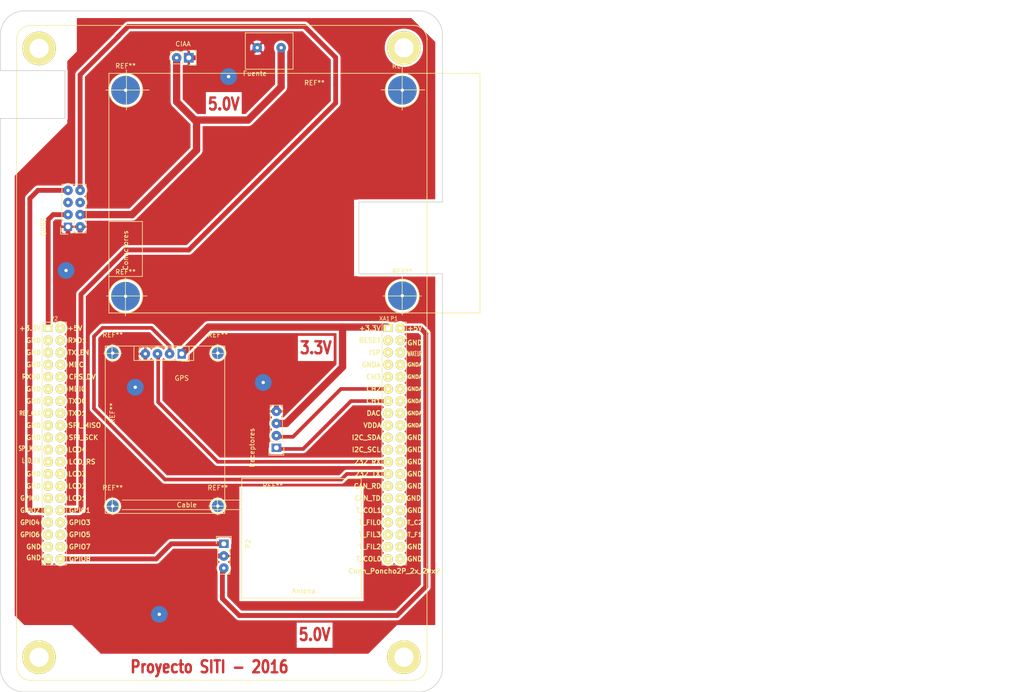
<source format=kicad_pcb>
(kicad_pcb (version 4) (host pcbnew 4.0.4-stable)

  (general
    (links 21)
    (no_connects 3)
    (area 69.924999 20.219999 283.58971 165.075001)
    (thickness 1.6)
    (drawings 128)
    (tracks 107)
    (zones 0)
    (modules 18)
    (nets 83)
  )

  (page A4)
  (title_block
    (title "Poncho Grande - Modelo - Ejemplo - Template")
    (date 2015-10-06)
    (rev 1.0)
    (company "Proyecto CIAA - COMPUTADORA INDUSTRIAL ABIERTA ARGENTINA")
    (comment 1 https://github.com/ciaa/Ponchos/tree/master/modelos/doc)
    (comment 2 "Autores y Licencia del template (Diego Brengi - UNLaM)")
    (comment 3 "Autor del poncho (COMPLETAR NOMBRE Y APELLIDO). Ver directorio \"doc\"")
    (comment 4 "CÓDIGO PONCHO: ")
  )

  (layers
    (0 F.Cu signal)
    (31 B.Cu signal)
    (32 B.Adhes user)
    (33 F.Adhes user)
    (34 B.Paste user)
    (35 F.Paste user)
    (36 B.SilkS user)
    (37 F.SilkS user)
    (38 B.Mask user)
    (39 F.Mask user)
    (40 Dwgs.User user)
    (41 Cmts.User user)
    (42 Eco1.User user)
    (43 Eco2.User user)
    (44 Edge.Cuts user)
    (45 Margin user)
    (46 B.CrtYd user)
    (47 F.CrtYd user)
    (48 B.Fab user)
    (49 F.Fab user)
  )

  (setup
    (last_trace_width 1.524)
    (user_trace_width 0.508)
    (user_trace_width 0.635)
    (user_trace_width 0.762)
    (user_trace_width 1.016)
    (user_trace_width 1.27)
    (user_trace_width 1.524)
    (trace_clearance 0.508)
    (zone_clearance 0.508)
    (zone_45_only yes)
    (trace_min 0.2)
    (segment_width 0.2)
    (edge_width 0.15)
    (via_size 3.5)
    (via_drill 0.7)
    (via_min_size 2)
    (via_min_drill 0.7)
    (user_via 2 0.7)
    (uvia_size 0.3)
    (uvia_drill 0.1)
    (uvias_allowed no)
    (uvia_min_size 0)
    (uvia_min_drill 0)
    (pcb_text_width 0.3)
    (pcb_text_size 1.5 1.5)
    (mod_edge_width 0.15)
    (mod_text_size 0.000001 0.000001)
    (mod_text_width 0.15)
    (pad_size 6 6)
    (pad_drill 0.7)
    (pad_to_mask_clearance 0.2)
    (aux_axis_origin 0 0)
    (visible_elements 7FFEFFFF)
    (pcbplotparams
      (layerselection 0x00020_00000001)
      (usegerberextensions false)
      (excludeedgelayer false)
      (linewidth 0.100000)
      (plotframeref false)
      (viasonmask false)
      (mode 1)
      (useauxorigin false)
      (hpglpennumber 1)
      (hpglpenspeed 20)
      (hpglpendiameter 15)
      (hpglpenoverlay 2)
      (psnegative false)
      (psa4output false)
      (plotreference true)
      (plotvalue false)
      (plotinvisibletext false)
      (padsonsilk false)
      (subtractmaskfromsilk false)
      (outputformat 4)
      (mirror false)
      (drillshape 0)
      (scaleselection 1)
      (outputdirectory ""))
  )

  (net 0 "")
  (net 1 GND)
  (net 2 "Net-(P1-Pad6)")
  (net 3 3.3V)
  (net 4 "Net-(P1-Pad5)")
  (net 5 GPIO1)
  (net 6 GPIO2)
  (net 7 TX232)
  (net 8 RX232)
  (net 9 ADC_CH2)
  (net 10 ADC_CH1)
  (net 11 5V)
  (net 12 "Net-(XA1-Pad6)")
  (net 13 "Net-(XA1-Pad15)")
  (net 14 "Net-(XA1-Pad8)")
  (net 15 "Net-(XA1-Pad17)")
  (net 16 "Net-(XA1-Pad10)")
  (net 17 "Net-(XA1-Pad19)")
  (net 18 "Net-(XA1-Pad12)")
  (net 19 "Net-(XA1-Pad21)")
  (net 20 "Net-(XA1-Pad14)")
  (net 21 "Net-(XA1-Pad16)")
  (net 22 "Net-(XA1-Pad18)")
  (net 23 "Net-(XA1-Pad27)")
  (net 24 "Net-(XA1-Pad20)")
  (net 25 "Net-(XA1-Pad29)")
  (net 26 "Net-(XA1-Pad22)")
  (net 27 "Net-(XA1-Pad31)")
  (net 28 "Net-(XA1-Pad24)")
  (net 29 "Net-(XA1-Pad26)")
  (net 30 "Net-(XA1-Pad28)")
  (net 31 "Net-(XA1-Pad32)")
  (net 32 "Net-(XA1-Pad34)")
  (net 33 "Net-(XA1-Pad36)")
  (net 34 "Net-(XA1-Pad38)")
  (net 35 "Net-(XA1-Pad35)")
  (net 36 "Net-(XA1-Pad37)")
  (net 37 "Net-(XA1-Pad3)")
  (net 38 "Net-(XA1-Pad5)")
  (net 39 "Net-(XA1-Pad7)")
  (net 40 "Net-(XA1-Pad9)")
  (net 41 "Net-(XA1-Pad39)")
  (net 42 "Net-(XA1-Pad40)")
  (net 43 "Net-(XA1-Pad30)")
  (net 44 "Net-(XA1-Pad44)")
  (net 45 "Net-(XA1-Pad45)")
  (net 46 "Net-(XA1-Pad46)")
  (net 47 "Net-(XA1-Pad47)")
  (net 48 "Net-(XA1-Pad48)")
  (net 49 "Net-(XA1-Pad49)")
  (net 50 "Net-(XA1-Pad50)")
  (net 51 "Net-(XA1-Pad51)")
  (net 52 "Net-(XA1-Pad52)")
  (net 53 "Net-(XA1-Pad53)")
  (net 54 "Net-(XA1-Pad54)")
  (net 55 "Net-(XA1-Pad55)")
  (net 56 "Net-(XA1-Pad56)")
  (net 57 "Net-(XA1-Pad57)")
  (net 58 "Net-(XA1-Pad58)")
  (net 59 "Net-(XA1-Pad59)")
  (net 60 "Net-(XA1-Pad60)")
  (net 61 "Net-(XA1-Pad61)")
  (net 62 "Net-(XA1-Pad62)")
  (net 63 "Net-(XA1-Pad63)")
  (net 64 "Net-(XA1-Pad64)")
  (net 65 "Net-(XA1-Pad65)")
  (net 66 "Net-(XA1-Pad66)")
  (net 67 "Net-(XA1-Pad67)")
  (net 68 "Net-(XA1-Pad68)")
  (net 69 "Net-(XA1-Pad69)")
  (net 70 "Net-(XA1-Pad70)")
  (net 71 "Net-(XA1-Pad73)")
  (net 72 "Net-(XA1-Pad74)")
  (net 73 "Net-(XA1-Pad75)")
  (net 74 "Net-(XA1-Pad76)")
  (net 75 "Net-(XA1-Pad77)")
  (net 76 "Net-(XA1-Pad78)")
  (net 77 "Net-(XA1-Pad42)")
  (net 78 "Net-(XA1-Pad43)")
  (net 79 "Net-(P1-Pad4)")
  (net 80 +3.3V)
  (net 81 GPIO8)
  (net 82 "Net-(XA1-Pad33)")

  (net_class Default "This is the default net class."
    (clearance 0.508)
    (trace_width 0.381)
    (via_dia 3.5)
    (via_drill 0.7)
    (uvia_dia 0.3)
    (uvia_drill 0.1)
    (add_net +3.3V)
    (add_net 3.3V)
    (add_net 5V)
    (add_net ADC_CH1)
    (add_net ADC_CH2)
    (add_net GND)
    (add_net GPIO1)
    (add_net GPIO2)
    (add_net GPIO8)
    (add_net RX232)
    (add_net TX232)
  )

  (net_class Ancha ""
    (clearance 0.508)
    (trace_width 0.381)
    (via_dia 3.5)
    (via_drill 0.7)
    (uvia_dia 0.3)
    (uvia_drill 0.1)
  )

  (net_class Conectores ""
    (clearance 0.508)
    (trace_width 0.381)
    (via_dia 2)
    (via_drill 0.7)
    (uvia_dia 0.3)
    (uvia_drill 0.1)
    (add_net "Net-(P1-Pad4)")
    (add_net "Net-(P1-Pad5)")
    (add_net "Net-(P1-Pad6)")
    (add_net "Net-(XA1-Pad10)")
    (add_net "Net-(XA1-Pad12)")
    (add_net "Net-(XA1-Pad14)")
    (add_net "Net-(XA1-Pad15)")
    (add_net "Net-(XA1-Pad16)")
    (add_net "Net-(XA1-Pad17)")
    (add_net "Net-(XA1-Pad18)")
    (add_net "Net-(XA1-Pad19)")
    (add_net "Net-(XA1-Pad20)")
    (add_net "Net-(XA1-Pad21)")
    (add_net "Net-(XA1-Pad22)")
    (add_net "Net-(XA1-Pad24)")
    (add_net "Net-(XA1-Pad26)")
    (add_net "Net-(XA1-Pad27)")
    (add_net "Net-(XA1-Pad28)")
    (add_net "Net-(XA1-Pad29)")
    (add_net "Net-(XA1-Pad3)")
    (add_net "Net-(XA1-Pad30)")
    (add_net "Net-(XA1-Pad31)")
    (add_net "Net-(XA1-Pad32)")
    (add_net "Net-(XA1-Pad33)")
    (add_net "Net-(XA1-Pad34)")
    (add_net "Net-(XA1-Pad35)")
    (add_net "Net-(XA1-Pad36)")
    (add_net "Net-(XA1-Pad37)")
    (add_net "Net-(XA1-Pad38)")
    (add_net "Net-(XA1-Pad39)")
    (add_net "Net-(XA1-Pad40)")
    (add_net "Net-(XA1-Pad42)")
    (add_net "Net-(XA1-Pad43)")
    (add_net "Net-(XA1-Pad44)")
    (add_net "Net-(XA1-Pad45)")
    (add_net "Net-(XA1-Pad46)")
    (add_net "Net-(XA1-Pad47)")
    (add_net "Net-(XA1-Pad48)")
    (add_net "Net-(XA1-Pad49)")
    (add_net "Net-(XA1-Pad5)")
    (add_net "Net-(XA1-Pad50)")
    (add_net "Net-(XA1-Pad51)")
    (add_net "Net-(XA1-Pad52)")
    (add_net "Net-(XA1-Pad53)")
    (add_net "Net-(XA1-Pad54)")
    (add_net "Net-(XA1-Pad55)")
    (add_net "Net-(XA1-Pad56)")
    (add_net "Net-(XA1-Pad57)")
    (add_net "Net-(XA1-Pad58)")
    (add_net "Net-(XA1-Pad59)")
    (add_net "Net-(XA1-Pad6)")
    (add_net "Net-(XA1-Pad60)")
    (add_net "Net-(XA1-Pad61)")
    (add_net "Net-(XA1-Pad62)")
    (add_net "Net-(XA1-Pad63)")
    (add_net "Net-(XA1-Pad64)")
    (add_net "Net-(XA1-Pad65)")
    (add_net "Net-(XA1-Pad66)")
    (add_net "Net-(XA1-Pad67)")
    (add_net "Net-(XA1-Pad68)")
    (add_net "Net-(XA1-Pad69)")
    (add_net "Net-(XA1-Pad7)")
    (add_net "Net-(XA1-Pad70)")
    (add_net "Net-(XA1-Pad73)")
    (add_net "Net-(XA1-Pad74)")
    (add_net "Net-(XA1-Pad75)")
    (add_net "Net-(XA1-Pad76)")
    (add_net "Net-(XA1-Pad77)")
    (add_net "Net-(XA1-Pad78)")
    (add_net "Net-(XA1-Pad8)")
    (add_net "Net-(XA1-Pad9)")
  )

  (module Socket_Strips:Socket_Strip_Straight_1x02 (layer F.Cu) (tedit 5859BB6C) (tstamp 58571312)
    (at 109.4232 32.3088 180)
    (descr "Through hole socket strip")
    (tags "socket strip")
    (path /5853F531)
    (fp_text reference CIAA (at 1.2 2.9 180) (layer F.SilkS)
      (effects (font (size 1 1) (thickness 0.15)))
    )
    (fp_text value AlimentacionCIAA (at 0 -3.1 180) (layer F.Fab)
      (effects (font (size 1 1) (thickness 0.15)))
    )
    (fp_line (start -1.55 1.55) (end 0 1.55) (layer F.SilkS) (width 0.15))
    (fp_line (start 3.81 1.27) (end 1.27 1.27) (layer F.SilkS) (width 0.15))
    (fp_line (start -1.75 -1.75) (end -1.75 1.75) (layer F.CrtYd) (width 0.05))
    (fp_line (start 4.3 -1.75) (end 4.3 1.75) (layer F.CrtYd) (width 0.05))
    (fp_line (start -1.75 -1.75) (end 4.3 -1.75) (layer F.CrtYd) (width 0.05))
    (fp_line (start -1.75 1.75) (end 4.3 1.75) (layer F.CrtYd) (width 0.05))
    (fp_line (start 1.27 1.27) (end 1.27 -1.27) (layer F.SilkS) (width 0.15))
    (fp_line (start 0 -1.55) (end -1.55 -1.55) (layer F.SilkS) (width 0.15))
    (fp_line (start -1.55 -1.55) (end -1.55 1.55) (layer F.SilkS) (width 0.15))
    (fp_line (start 1.27 -1.27) (end 3.81 -1.27) (layer F.SilkS) (width 0.15))
    (fp_line (start 3.81 -1.27) (end 3.81 1.27) (layer F.SilkS) (width 0.15))
    (pad 1 thru_hole rect (at 0 0 180) (size 2.032 2.032) (drill 1.016) (layers *.Cu *.Mask)
      (net 1 GND))
    (pad 2 thru_hole oval (at 2.54 0 180) (size 2 2) (drill 0.7) (layers *.Cu *.Mask)
      (net 79 "Net-(P1-Pad4)"))
    (model Socket_Strips.3dshapes/Socket_Strip_Straight_1x02.wrl
      (at (xyz 0.05 0 0))
      (scale (xyz 1 1 1))
      (rotate (xyz 0 0 180))
    )
  )

  (module mod:poncho_grande locked (layer F.Cu) (tedit 5859BAD3) (tstamp 5610F08B)
    (at 151.13 88.9)
    (tags CONN)
    (path /584D447D)
    (fp_text reference XA1 (at -0.762 -2.032 180) (layer F.SilkS)
      (effects (font (size 0.8 0.8) (thickness 0.12)))
    )
    (fp_text value Conn_Poncho2P_2x_20x2 (at 1.27 50.8) (layer F.SilkS)
      (effects (font (size 1.016 1.016) (thickness 0.2032)))
    )
    (fp_arc (start -74.803 70.739) (end -74.93 73.66) (angle 90) (layer F.SilkS) (width 0.15))
    (fp_arc (start 5.08 70.612) (end 8.128 70.485) (angle 90) (layer F.SilkS) (width 0.15))
    (fp_arc (start 5.207 -60.452) (end 5.207 -63.373) (angle 90) (layer F.SilkS) (width 0.15))
    (fp_line (start -77.724 -60.706) (end -77.724 -56.769) (layer F.SilkS) (width 0.15))
    (fp_line (start -72.263 -63.373) (end -74.295 -63.373) (layer F.SilkS) (width 0.15))
    (fp_arc (start -74.676 -60.325) (end -77.724 -60.706) (angle 90) (layer F.SilkS) (width 0.15))
    (fp_line (start 5.461 -63.373) (end 4.826 -63.373) (layer F.SilkS) (width 0.15))
    (fp_line (start 8.128 -60.579) (end 8.128 -60.706) (layer F.SilkS) (width 0.15))
    (fp_line (start 8.128 -60.706) (end 8.128 -60.452) (layer F.SilkS) (width 0.15))
    (fp_line (start 3.937 -63.373) (end 4.826 -63.373) (layer F.SilkS) (width 0.15))
    (fp_line (start 0 -63.373) (end 3.937 -63.373) (layer F.SilkS) (width 0.15))
    (fp_line (start 8.128 -58.293) (end 8.128 -60.579) (layer F.SilkS) (width 0.15))
    (fp_line (start 0 -63.373) (end -8.636 -63.373) (layer F.SilkS) (width 0.15))
    (fp_line (start -8.636 -63.373) (end -72.136 -63.373) (layer F.SilkS) (width 0.15))
    (fp_line (start -77.724 -1.27) (end -77.724 -56.769) (layer F.SilkS) (width 0.15))
    (fp_line (start 8.128 -1.27) (end 8.128 -10.16) (layer F.SilkS) (width 0.15))
    (fp_line (start 8.128 -10.16) (end 8.128 -27.432) (layer F.SilkS) (width 0.15))
    (fp_line (start 8.128 -27.432) (end 8.128 -48.26) (layer F.SilkS) (width 0.15))
    (fp_line (start 8.128 -48.26) (end 8.128 -55.499) (layer F.SilkS) (width 0.15))
    (fp_line (start 8.128 -55.499) (end 8.128 -58.293) (layer F.SilkS) (width 0.15))
    (fp_line (start -77.724 70.612) (end -77.724 70.104) (layer F.SilkS) (width 0.15))
    (fp_line (start -74.422 73.66) (end -74.93 73.66) (layer F.SilkS) (width 0.15))
    (fp_line (start -73.025 73.66) (end -74.422 73.66) (layer F.SilkS) (width 0.15))
    (fp_line (start -77.724 67.056) (end -77.724 70.104) (layer F.SilkS) (width 0.15))
    (fp_line (start 3.302 73.66) (end 5.207 73.66) (layer F.SilkS) (width 0.15))
    (fp_line (start 8.128 66.802) (end 8.128 70.485) (layer F.SilkS) (width 0.15))
    (fp_line (start 8.128 49.403) (end 8.128 66.802) (layer F.SilkS) (width 0.15))
    (fp_line (start -77.724 49.403) (end -77.724 67.056) (layer F.SilkS) (width 0.15))
    (fp_line (start 3.302 73.66) (end -73.025 73.66) (layer F.SilkS) (width 0.15))
    (fp_text user GPIO8 (at -64.516 48.26) (layer F.SilkS)
      (effects (font (size 1 1) (thickness 0.2)))
    )
    (fp_text user GPIO7 (at -64.516 45.72) (layer F.SilkS)
      (effects (font (size 1 1) (thickness 0.2)))
    )
    (fp_text user GPIO5 (at -64.516 43.18) (layer F.SilkS)
      (effects (font (size 1 1) (thickness 0.2)))
    )
    (fp_text user GPIO3 (at -64.516 40.64) (layer F.SilkS)
      (effects (font (size 1 1) (thickness 0.2)))
    )
    (fp_text user GPIO1 (at -64.516 38.1) (layer F.SilkS)
      (effects (font (size 1 1) (thickness 0.2)))
    )
    (fp_text user LCD1 (at -65.024 35.56) (layer F.SilkS)
      (effects (font (size 1 1) (thickness 0.2)))
    )
    (fp_text user LCD2 (at -65.024 33.02) (layer F.SilkS)
      (effects (font (size 1 1) (thickness 0.2)))
    )
    (fp_text user LCD3 (at -65.024 30.48) (layer F.SilkS)
      (effects (font (size 1 1) (thickness 0.2)))
    )
    (fp_text user LCD_RS (at -64.008 27.94) (layer F.SilkS)
      (effects (font (size 1 1) (thickness 0.2)))
    )
    (fp_text user LCD4 (at -65.024 25.4) (layer F.SilkS)
      (effects (font (size 1 1) (thickness 0.2)))
    )
    (fp_text user SPI_SCK (at -63.754 22.86) (layer F.SilkS)
      (effects (font (size 1 1) (thickness 0.2)))
    )
    (fp_text user SPI_MISO (at -63.5 20.32) (layer F.SilkS)
      (effects (font (size 1 1) (thickness 0.2)))
    )
    (fp_text user TXD1 (at -65.024 17.78) (layer F.SilkS)
      (effects (font (size 1 1) (thickness 0.2)))
    )
    (fp_text user TXD0 (at -65.024 15.24) (layer F.SilkS)
      (effects (font (size 1 1) (thickness 0.2)))
    )
    (fp_text user MDIO (at -65.024 12.7) (layer F.SilkS)
      (effects (font (size 1 1) (thickness 0.2)))
    )
    (fp_text user CRS_DV (at -64.008 10.16) (layer F.SilkS)
      (effects (font (size 1 1) (thickness 0.2)))
    )
    (fp_text user MDC (at -65.278 7.62) (layer F.SilkS)
      (effects (font (size 1 1) (thickness 0.2)))
    )
    (fp_text user TX_EN (at -64.77 5.08) (layer F.SilkS)
      (effects (font (size 1 1) (thickness 0.2)))
    )
    (fp_text user RXD1 (at -65.024 2.54) (layer F.SilkS)
      (effects (font (size 1 1) (thickness 0.2)))
    )
    (fp_text user +5V (at -65.532 0) (layer F.SilkS)
      (effects (font (size 1 1) (thickness 0.2)))
    )
    (fp_text user GND (at -74.168 48.006) (layer F.SilkS)
      (effects (font (size 1 1) (thickness 0.2)))
    )
    (fp_text user GND (at -74.168 45.72) (layer F.SilkS)
      (effects (font (size 1 1) (thickness 0.2)))
    )
    (fp_text user GPIO6 (at -74.93 43.18) (layer F.SilkS)
      (effects (font (size 1 0.9) (thickness 0.2)))
    )
    (fp_text user GPIO4 (at -74.93 40.64) (layer F.SilkS)
      (effects (font (size 1 0.9) (thickness 0.2)))
    )
    (fp_text user GPIO2 (at -74.93 38.1) (layer F.SilkS)
      (effects (font (size 1 0.9) (thickness 0.2)))
    )
    (fp_text user GPIO0 (at -74.93 35.56) (layer F.SilkS)
      (effects (font (size 1 0.9) (thickness 0.2)))
    )
    (fp_text user GND (at -74.168 33.02) (layer F.SilkS)
      (effects (font (size 1 1) (thickness 0.2)))
    )
    (fp_text user GND (at -74.168 30.48) (layer F.SilkS)
      (effects (font (size 1 1) (thickness 0.2)))
    )
    (fp_text user LCD_EN (at -74.676 27.686) (layer F.SilkS)
      (effects (font (size 1 0.7) (thickness 0.17)))
    )
    (fp_text user SPI_MOSI (at -74.93 25.146) (layer F.SilkS)
      (effects (font (size 1 0.7) (thickness 0.17)))
    )
    (fp_text user GND (at -74.168 22.86) (layer F.SilkS)
      (effects (font (size 1 1) (thickness 0.2)))
    )
    (fp_text user GND (at -74.168 20.32) (layer F.SilkS)
      (effects (font (size 1 1) (thickness 0.2)))
    )
    (fp_text user REF_CLK (at -74.93 17.78) (layer F.SilkS)
      (effects (font (size 0.9 0.7) (thickness 0.175)))
    )
    (fp_text user GND (at -74.168 15.24) (layer F.SilkS)
      (effects (font (size 1 1) (thickness 0.2)))
    )
    (fp_text user GND (at -74.168 12.7) (layer F.SilkS)
      (effects (font (size 1 1) (thickness 0.2)))
    )
    (fp_text user GND (at -74.168 7.62) (layer F.SilkS)
      (effects (font (size 1 1) (thickness 0.2)))
    )
    (fp_text user RXD0 (at -74.676 10.16) (layer F.SilkS)
      (effects (font (size 1 1) (thickness 0.2)))
    )
    (fp_text user GND (at -74.168 5.08) (layer F.SilkS)
      (effects (font (size 1 1) (thickness 0.2)))
    )
    (fp_text user GND (at -74.168 2.54) (layer F.SilkS)
      (effects (font (size 1 1) (thickness 0.2)))
    )
    (fp_text user +3.3V (at -74.93 0) (layer F.SilkS)
      (effects (font (size 1 1) (thickness 0.2)))
    )
    (fp_text user GND (at 5.588 48.26) (layer F.SilkS)
      (effects (font (size 1 1) (thickness 0.2)))
    )
    (fp_text user GND (at 5.588 45.72) (layer F.SilkS)
      (effects (font (size 1 1) (thickness 0.2)))
    )
    (fp_text user T_F1 (at 5.588 43.18) (layer F.SilkS)
      (effects (font (size 0.9 0.9) (thickness 0.18)))
    )
    (fp_text user T_C2 (at 5.588 40.64) (layer F.SilkS)
      (effects (font (size 0.9 0.9) (thickness 0.18)))
    )
    (fp_text user GND (at 5.588 38.1) (layer F.SilkS)
      (effects (font (size 1 1) (thickness 0.2)))
    )
    (fp_text user GND (at 5.334 35.56) (layer F.SilkS)
      (effects (font (size 1 1) (thickness 0.2)))
    )
    (fp_text user GND (at 5.588 33.02) (layer F.SilkS)
      (effects (font (size 1 1) (thickness 0.2)))
    )
    (fp_text user GND (at 5.588 30.48) (layer F.SilkS)
      (effects (font (size 1 1) (thickness 0.2)))
    )
    (fp_text user GND (at 5.588 27.94) (layer F.SilkS)
      (effects (font (size 1 1) (thickness 0.2)))
    )
    (fp_text user GND (at 5.588 25.4) (layer F.SilkS)
      (effects (font (size 1 1) (thickness 0.2)))
    )
    (fp_text user GND (at 5.588 22.86) (layer F.SilkS)
      (effects (font (size 1 1) (thickness 0.2)))
    )
    (fp_text user GNDA (at 5.588 20.32) (layer F.SilkS)
      (effects (font (size 0.76 0.76) (thickness 0.19)))
    )
    (fp_text user GNDA (at 5.588 17.78) (layer F.SilkS)
      (effects (font (size 0.76 0.76) (thickness 0.19)))
    )
    (fp_text user GNDA (at 5.588 15.24) (layer F.SilkS)
      (effects (font (size 0.76 0.76) (thickness 0.19)))
    )
    (fp_text user GNDA (at 5.588 12.7) (layer F.SilkS)
      (effects (font (size 0.76 0.76) (thickness 0.19)))
    )
    (fp_text user GNDA (at 5.588 10.16) (layer F.SilkS)
      (effects (font (size 0.76 0.76) (thickness 0.19)))
    )
    (fp_text user GNDA (at 5.588 7.62) (layer F.SilkS)
      (effects (font (size 0.76 0.76) (thickness 0.19)))
    )
    (fp_text user WAKEUP (at 5.588 5.334) (layer F.SilkS)
      (effects (font (size 1 0.5) (thickness 0.125)))
    )
    (fp_text user GND (at 5.588 3.048) (layer F.SilkS)
      (effects (font (size 1 1) (thickness 0.2)))
    )
    (fp_text user +5V (at 5.588 0) (layer F.SilkS)
      (effects (font (size 1 1) (thickness 0.2)))
    )
    (fp_text user T_COL0 (at -4.064 48.26) (layer F.SilkS)
      (effects (font (size 1 1) (thickness 0.2)))
    )
    (fp_text user T_FIL2 (at -3.81 45.72) (layer F.SilkS)
      (effects (font (size 1 1) (thickness 0.2)))
    )
    (fp_text user T_FIL3 (at -3.81 43.18) (layer F.SilkS)
      (effects (font (size 1 1) (thickness 0.2)))
    )
    (fp_text user T_FIL0 (at -3.81 40.64) (layer F.SilkS)
      (effects (font (size 1 1) (thickness 0.2)))
    )
    (fp_text user T_COL1 (at -4.064 38.1) (layer F.SilkS)
      (effects (font (size 1 1) (thickness 0.2)))
    )
    (fp_text user CAN_TD (at -4.318 35.56) (layer F.SilkS)
      (effects (font (size 1 1) (thickness 0.2)))
    )
    (fp_text user CAN_RD (at -4.318 33.02) (layer F.SilkS)
      (effects (font (size 1 1) (thickness 0.2)))
    )
    (fp_text user 232_TX (at -4.318 30.48) (layer F.SilkS)
      (effects (font (size 1 1) (thickness 0.2)))
    )
    (fp_text user 232_RX (at -4.318 27.94) (layer F.SilkS)
      (effects (font (size 1 1) (thickness 0.2)))
    )
    (fp_text user I2C_SCL (at -4.572 25.4) (layer F.SilkS)
      (effects (font (size 1 1) (thickness 0.2)))
    )
    (fp_text user I2C_SDA (at -4.572 22.86) (layer F.SilkS)
      (effects (font (size 1 1) (thickness 0.2)))
    )
    (fp_text user VDDA (at -3.302 20.32) (layer F.SilkS)
      (effects (font (size 1 1) (thickness 0.2)))
    )
    (fp_text user DAC (at -3.048 17.78) (layer F.SilkS)
      (effects (font (size 1 1) (thickness 0.2)))
    )
    (fp_text user CH1 (at -3.048 15.24) (layer F.SilkS)
      (effects (font (size 1 1) (thickness 0.2)))
    )
    (fp_text user CH2 (at -3.048 12.7) (layer F.SilkS)
      (effects (font (size 1 1) (thickness 0.2)))
    )
    (fp_text user CH3 (at -3.048 10.16) (layer F.SilkS)
      (effects (font (size 1 1) (thickness 0.2)))
    )
    (fp_text user GNDA (at -3.556 7.62) (layer F.SilkS)
      (effects (font (size 1 1) (thickness 0.2)))
    )
    (fp_text user ISP (at -2.794 5.08) (layer F.SilkS)
      (effects (font (size 1 1) (thickness 0.2)))
    )
    (fp_text user RESET (at -3.81 2.54) (layer F.SilkS)
      (effects (font (size 1 1) (thickness 0.2)))
    )
    (fp_text user P2 (at -69.85 -2.032) (layer F.SilkS)
      (effects (font (size 0.8 0.8) (thickness 0.12)))
    )
    (fp_text user P1 (at 1.27 -2.032) (layer F.SilkS)
      (effects (font (size 0.8 0.8) (thickness 0.12)))
    )
    (fp_line (start -77.724 -1.27) (end -77.724 49.53) (layer F.SilkS) (width 0.15))
    (fp_line (start 8.128 0) (end 8.128 -1.27) (layer F.SilkS) (width 0.15))
    (fp_line (start 8.128 0) (end 8.128 49.53) (layer F.SilkS) (width 0.15))
    (fp_text user +3.3V (at -3.81 0) (layer F.SilkS)
      (effects (font (size 1 1) (thickness 0.2)))
    )
    (fp_line (start -72.39 0) (end -72.39 -1.27) (layer F.SilkS) (width 0.15))
    (fp_line (start -72.39 -1.27) (end -67.31 -1.27) (layer F.SilkS) (width 0.15))
    (fp_line (start -67.31 -1.27) (end -67.31 49.53) (layer F.SilkS) (width 0.15))
    (fp_line (start -67.31 49.53) (end -72.39 49.53) (layer F.SilkS) (width 0.15))
    (fp_line (start -72.39 49.53) (end -72.39 0) (layer F.SilkS) (width 0.15))
    (fp_line (start -1.27 49.53) (end -1.27 -1.27) (layer F.SilkS) (width 0.15))
    (fp_line (start 3.81 49.53) (end 3.81 -1.27) (layer F.SilkS) (width 0.15))
    (fp_line (start 3.81 49.53) (end -1.27 49.53) (layer F.SilkS) (width 0.15))
    (fp_line (start 3.81 -1.27) (end -1.27 -1.27) (layer F.SilkS) (width 0.15))
    (pad 1 thru_hole rect (at 0 0 270) (size 1.524 2) (drill 1.016) (layers *.Cu *.Mask F.SilkS)
      (net 80 +3.3V))
    (pad 2 thru_hole oval (at 2.54 0 270) (size 2 2) (drill 0.7) (layers *.Cu *.Mask F.SilkS)
      (net 11 5V))
    (pad 11 thru_hole oval (at 0 12.7 270) (size 2 2) (drill 0.7) (layers *.Cu *.Mask F.SilkS)
      (net 9 ADC_CH2))
    (pad 4 thru_hole oval (at 2.54 2.54 270) (size 2 2) (drill 0.7) (layers *.Cu *.Mask F.SilkS)
      (net 1 GND))
    (pad 13 thru_hole oval (at 0 15.24 270) (size 2 2) (drill 0.7) (layers *.Cu *.Mask F.SilkS)
      (net 10 ADC_CH1))
    (pad 6 thru_hole oval (at 2.54 5.08 270) (size 2 2) (drill 0.7) (layers *.Cu *.Mask F.SilkS)
      (net 12 "Net-(XA1-Pad6)"))
    (pad 15 thru_hole oval (at 0 17.78 270) (size 2 2) (drill 0.7) (layers *.Cu *.Mask F.SilkS)
      (net 13 "Net-(XA1-Pad15)"))
    (pad 8 thru_hole oval (at 2.54 7.62 270) (size 2 2) (drill 0.7) (layers *.Cu *.Mask F.SilkS)
      (net 14 "Net-(XA1-Pad8)"))
    (pad 17 thru_hole oval (at 0 20.32 270) (size 2 2) (drill 0.7) (layers *.Cu *.Mask F.SilkS)
      (net 15 "Net-(XA1-Pad17)"))
    (pad 10 thru_hole oval (at 2.54 10.16 270) (size 2 2) (drill 0.7) (layers *.Cu *.Mask F.SilkS)
      (net 16 "Net-(XA1-Pad10)"))
    (pad 19 thru_hole oval (at 0 22.86 270) (size 2 2) (drill 0.7) (layers *.Cu *.Mask F.SilkS)
      (net 17 "Net-(XA1-Pad19)"))
    (pad 12 thru_hole oval (at 2.54 12.7 270) (size 2 2) (drill 0.7) (layers *.Cu *.Mask F.SilkS)
      (net 18 "Net-(XA1-Pad12)"))
    (pad 21 thru_hole oval (at 0 25.4 270) (size 2 2) (drill 0.7) (layers *.Cu *.Mask F.SilkS)
      (net 19 "Net-(XA1-Pad21)"))
    (pad 14 thru_hole oval (at 2.54 15.24 270) (size 2 2) (drill 0.7) (layers *.Cu *.Mask F.SilkS)
      (net 20 "Net-(XA1-Pad14)"))
    (pad 23 thru_hole oval (at 0 27.94 270) (size 2 2) (drill 0.7) (layers *.Cu *.Mask F.SilkS)
      (net 8 RX232))
    (pad 16 thru_hole oval (at 2.54 17.78 270) (size 2 2) (drill 0.7) (layers *.Cu *.Mask F.SilkS)
      (net 21 "Net-(XA1-Pad16)"))
    (pad 25 thru_hole oval (at 0 30.48 270) (size 2 2) (drill 0.7) (layers *.Cu *.Mask F.SilkS)
      (net 7 TX232))
    (pad 18 thru_hole oval (at 2.54 20.32 270) (size 2 2) (drill 0.7) (layers *.Cu *.Mask F.SilkS)
      (net 22 "Net-(XA1-Pad18)"))
    (pad 27 thru_hole oval (at 0 33.02 270) (size 2 2) (drill 0.7) (layers *.Cu *.Mask F.SilkS)
      (net 23 "Net-(XA1-Pad27)"))
    (pad 20 thru_hole oval (at 2.54 22.86 270) (size 2 2) (drill 0.7) (layers *.Cu *.Mask F.SilkS)
      (net 24 "Net-(XA1-Pad20)"))
    (pad 29 thru_hole oval (at 0 35.56 270) (size 2 2) (drill 0.7) (layers *.Cu *.Mask F.SilkS)
      (net 25 "Net-(XA1-Pad29)"))
    (pad 22 thru_hole oval (at 2.54 25.4 270) (size 2 2) (drill 0.7) (layers *.Cu *.Mask F.SilkS)
      (net 26 "Net-(XA1-Pad22)"))
    (pad 31 thru_hole oval (at 0 38.1 270) (size 2 2) (drill 0.7) (layers *.Cu *.Mask F.SilkS)
      (net 27 "Net-(XA1-Pad31)"))
    (pad 24 thru_hole oval (at 2.54 27.94 270) (size 2 2) (drill 0.7) (layers *.Cu *.Mask F.SilkS)
      (net 28 "Net-(XA1-Pad24)"))
    (pad 26 thru_hole oval (at 2.54 30.48 270) (size 2 2) (drill 0.7) (layers *.Cu *.Mask F.SilkS)
      (net 29 "Net-(XA1-Pad26)"))
    (pad 33 thru_hole oval (at 0 40.64 270) (size 2 2) (drill 0.7) (layers *.Cu *.Mask F.SilkS)
      (net 82 "Net-(XA1-Pad33)"))
    (pad 28 thru_hole oval (at 2.54 33.02 270) (size 2 2) (drill 0.7) (layers *.Cu *.Mask F.SilkS)
      (net 30 "Net-(XA1-Pad28)"))
    (pad 32 thru_hole oval (at 2.54 38.1 270) (size 2 2) (drill 0.7) (layers *.Cu *.Mask F.SilkS)
      (net 31 "Net-(XA1-Pad32)"))
    (pad 34 thru_hole oval (at 2.54 40.64 270) (size 2 2) (drill 0.7) (layers *.Cu *.Mask F.SilkS)
      (net 32 "Net-(XA1-Pad34)"))
    (pad 36 thru_hole oval (at 2.54 43.18 270) (size 2 2) (drill 0.7) (layers *.Cu *.Mask F.SilkS)
      (net 33 "Net-(XA1-Pad36)"))
    (pad 38 thru_hole oval (at 2.54 45.72 270) (size 2 2) (drill 0.7) (layers *.Cu *.Mask F.SilkS)
      (net 34 "Net-(XA1-Pad38)"))
    (pad 35 thru_hole oval (at 0 43.18 270) (size 2 2) (drill 0.7) (layers *.Cu *.Mask F.SilkS)
      (net 35 "Net-(XA1-Pad35)"))
    (pad 37 thru_hole oval (at 0 45.72 270) (size 2 2) (drill 0.7) (layers *.Cu *.Mask F.SilkS)
      (net 36 "Net-(XA1-Pad37)"))
    (pad 3 thru_hole oval (at 0 2.54 270) (size 2 2) (drill 0.7) (layers *.Cu *.Mask F.SilkS)
      (net 37 "Net-(XA1-Pad3)"))
    (pad 5 thru_hole oval (at 0 5.08 270) (size 2 2) (drill 0.7) (layers *.Cu *.Mask F.SilkS)
      (net 38 "Net-(XA1-Pad5)"))
    (pad 7 thru_hole oval (at 0 7.62 270) (size 2 2) (drill 0.7) (layers *.Cu *.Mask F.SilkS)
      (net 39 "Net-(XA1-Pad7)"))
    (pad 9 thru_hole oval (at 0 10.16 270) (size 2 2) (drill 0.7) (layers *.Cu *.Mask F.SilkS)
      (net 40 "Net-(XA1-Pad9)"))
    (pad 39 thru_hole oval (at 0 48.26 270) (size 2 2) (drill 0.7) (layers *.Cu *.Mask F.SilkS)
      (net 41 "Net-(XA1-Pad39)"))
    (pad 40 thru_hole oval (at 2.54 48.26 270) (size 2 2) (drill 0.7) (layers *.Cu *.Mask F.SilkS)
      (net 42 "Net-(XA1-Pad40)"))
    (pad 30 thru_hole oval (at 2.54 35.56 270) (size 2 2) (drill 0.7) (layers *.Cu *.Mask F.SilkS)
      (net 43 "Net-(XA1-Pad30)"))
    (pad 41 thru_hole rect (at -71.12 0 270) (size 1.524 2) (drill 1.016) (layers *.Cu *.Mask F.SilkS)
      (net 3 3.3V))
    (pad 42 thru_hole oval (at -68.58 0 270) (size 2 2) (drill 0.7) (layers *.Cu *.Mask F.SilkS)
      (net 77 "Net-(XA1-Pad42)"))
    (pad 43 thru_hole oval (at -71.12 2.54 270) (size 2 2) (drill 0.7) (layers *.Cu *.Mask F.SilkS)
      (net 78 "Net-(XA1-Pad43)"))
    (pad 44 thru_hole oval (at -68.58 2.54 270) (size 2 2) (drill 0.7) (layers *.Cu *.Mask F.SilkS)
      (net 44 "Net-(XA1-Pad44)"))
    (pad 45 thru_hole oval (at -71.12 5.08 270) (size 2 2) (drill 0.7) (layers *.Cu *.Mask F.SilkS)
      (net 45 "Net-(XA1-Pad45)"))
    (pad 46 thru_hole oval (at -68.58 5.08 270) (size 2 2) (drill 0.7) (layers *.Cu *.Mask F.SilkS)
      (net 46 "Net-(XA1-Pad46)"))
    (pad 47 thru_hole oval (at -71.12 7.62 270) (size 2 2) (drill 0.7) (layers *.Cu *.Mask F.SilkS)
      (net 47 "Net-(XA1-Pad47)"))
    (pad 48 thru_hole oval (at -68.58 7.62 270) (size 2 2) (drill 0.7) (layers *.Cu *.Mask F.SilkS)
      (net 48 "Net-(XA1-Pad48)"))
    (pad 49 thru_hole oval (at -71.12 10.16 270) (size 2 2) (drill 0.7) (layers *.Cu *.Mask F.SilkS)
      (net 49 "Net-(XA1-Pad49)"))
    (pad 50 thru_hole oval (at -68.58 10.16 270) (size 2 2) (drill 0.7) (layers *.Cu *.Mask F.SilkS)
      (net 50 "Net-(XA1-Pad50)"))
    (pad 51 thru_hole oval (at -71.12 12.7 270) (size 2 2) (drill 0.7) (layers *.Cu *.Mask F.SilkS)
      (net 51 "Net-(XA1-Pad51)"))
    (pad 52 thru_hole oval (at -68.58 12.7 270) (size 2 2) (drill 0.7) (layers *.Cu *.Mask F.SilkS)
      (net 52 "Net-(XA1-Pad52)"))
    (pad 53 thru_hole oval (at -71.12 15.24 270) (size 2 2) (drill 0.7) (layers *.Cu *.Mask F.SilkS)
      (net 53 "Net-(XA1-Pad53)"))
    (pad 54 thru_hole oval (at -68.58 15.24 270) (size 2 2) (drill 0.7) (layers *.Cu *.Mask F.SilkS)
      (net 54 "Net-(XA1-Pad54)"))
    (pad 55 thru_hole oval (at -71.12 17.78 270) (size 2 2) (drill 0.7) (layers *.Cu *.Mask F.SilkS)
      (net 55 "Net-(XA1-Pad55)"))
    (pad 56 thru_hole oval (at -68.58 17.78 270) (size 2 2) (drill 0.7) (layers *.Cu *.Mask F.SilkS)
      (net 56 "Net-(XA1-Pad56)"))
    (pad 57 thru_hole oval (at -71.12 20.32 270) (size 2 2) (drill 0.7) (layers *.Cu *.Mask F.SilkS)
      (net 57 "Net-(XA1-Pad57)"))
    (pad 58 thru_hole oval (at -68.58 20.32 270) (size 2 2) (drill 0.7) (layers *.Cu *.Mask F.SilkS)
      (net 58 "Net-(XA1-Pad58)"))
    (pad 59 thru_hole oval (at -71.12 22.86 270) (size 2 2) (drill 0.7) (layers *.Cu *.Mask F.SilkS)
      (net 59 "Net-(XA1-Pad59)"))
    (pad 60 thru_hole oval (at -68.58 22.86 270) (size 2 2) (drill 0.7) (layers *.Cu *.Mask F.SilkS)
      (net 60 "Net-(XA1-Pad60)"))
    (pad 61 thru_hole oval (at -71.12 25.4 270) (size 2 2) (drill 0.7) (layers *.Cu *.Mask F.SilkS)
      (net 61 "Net-(XA1-Pad61)"))
    (pad 62 thru_hole oval (at -68.58 25.4 270) (size 2 2) (drill 0.7) (layers *.Cu *.Mask F.SilkS)
      (net 62 "Net-(XA1-Pad62)"))
    (pad 63 thru_hole oval (at -71.12 27.94 270) (size 2 2) (drill 0.7) (layers *.Cu *.Mask F.SilkS)
      (net 63 "Net-(XA1-Pad63)"))
    (pad 64 thru_hole oval (at -68.58 27.94 270) (size 2 2) (drill 0.7) (layers *.Cu *.Mask F.SilkS)
      (net 64 "Net-(XA1-Pad64)"))
    (pad 65 thru_hole oval (at -71.12 30.48 270) (size 2 2) (drill 0.7) (layers *.Cu *.Mask F.SilkS)
      (net 65 "Net-(XA1-Pad65)"))
    (pad 66 thru_hole oval (at -68.58 30.48 270) (size 2 2) (drill 0.7) (layers *.Cu *.Mask F.SilkS)
      (net 66 "Net-(XA1-Pad66)"))
    (pad 67 thru_hole oval (at -71.12 33.02 270) (size 2 2) (drill 0.7) (layers *.Cu *.Mask F.SilkS)
      (net 67 "Net-(XA1-Pad67)"))
    (pad 68 thru_hole oval (at -68.58 33.02 270) (size 2 2) (drill 0.7) (layers *.Cu *.Mask F.SilkS)
      (net 68 "Net-(XA1-Pad68)"))
    (pad 69 thru_hole oval (at -71.12 35.56 270) (size 2 2) (drill 0.7) (layers *.Cu *.Mask F.SilkS)
      (net 69 "Net-(XA1-Pad69)"))
    (pad 70 thru_hole oval (at -68.58 35.56 270) (size 2 2) (drill 0.7) (layers *.Cu *.Mask F.SilkS)
      (net 70 "Net-(XA1-Pad70)"))
    (pad 71 thru_hole oval (at -71.12 38.1 270) (size 2 2) (drill 0.7) (layers *.Cu *.Mask F.SilkS)
      (net 6 GPIO2))
    (pad 72 thru_hole oval (at -68.58 38.1 270) (size 2 2) (drill 0.7) (layers *.Cu *.Mask F.SilkS)
      (net 5 GPIO1))
    (pad 73 thru_hole oval (at -71.12 40.64 270) (size 2 2) (drill 0.7) (layers *.Cu *.Mask F.SilkS)
      (net 71 "Net-(XA1-Pad73)"))
    (pad 74 thru_hole oval (at -68.58 40.64 270) (size 2 2) (drill 0.7) (layers *.Cu *.Mask F.SilkS)
      (net 72 "Net-(XA1-Pad74)"))
    (pad 75 thru_hole oval (at -71.12 43.18 270) (size 2 2) (drill 0.7) (layers *.Cu *.Mask F.SilkS)
      (net 73 "Net-(XA1-Pad75)"))
    (pad 76 thru_hole oval (at -68.58 43.18 270) (size 2 2) (drill 0.7) (layers *.Cu *.Mask F.SilkS)
      (net 74 "Net-(XA1-Pad76)"))
    (pad 77 thru_hole oval (at -71.12 45.72 270) (size 2 2) (drill 0.7) (layers *.Cu *.Mask F.SilkS)
      (net 75 "Net-(XA1-Pad77)"))
    (pad 78 thru_hole oval (at -68.58 45.72 270) (size 2 2) (drill 0.7) (layers *.Cu *.Mask F.SilkS)
      (net 76 "Net-(XA1-Pad78)"))
    (pad 79 thru_hole oval (at -71.12 48.26 270) (size 2 2) (drill 0.7) (layers *.Cu *.Mask F.SilkS)
      (net 1 GND))
    (pad 80 thru_hole oval (at -68.58 48.26 270) (size 2 2) (drill 0.7) (layers *.Cu *.Mask F.SilkS)
      (net 81 GPIO8))
    (pad ~ thru_hole circle (at -73.025 68.834) (size 7 7) (drill 4) (layers *.Cu *.Mask F.SilkS))
    (pad ~ thru_hole circle (at 3.302 68.834) (size 7 7) (drill 4) (layers *.Cu *.Mask F.SilkS))
    (pad ~ thru_hole circle (at -73.025 -58.547) (size 7 7) (drill 4) (layers *.Cu *.Mask F.SilkS))
    (pad ~ thru_hole circle (at 3.302 -58.674) (size 7 7) (drill 4) (layers *.Cu *.Mask F.SilkS))
  )

  (module Socket_Strips:Socket_Strip_Straight_1x04 (layer F.Cu) (tedit 58575248) (tstamp 58575093)
    (at 107.95 94.25 180)
    (descr "Through hole socket strip")
    (tags "socket strip")
    (path /584D4A5F)
    (fp_text reference GPS (at 0 -5.1 180) (layer F.SilkS)
      (effects (font (size 1 1) (thickness 0.15)))
    )
    (fp_text value GPS (at 0 -3.1 180) (layer F.Fab)
      (effects (font (size 1 1) (thickness 0.15)))
    )
    (fp_line (start -1.75 -1.75) (end -1.75 1.75) (layer F.CrtYd) (width 0.05))
    (fp_line (start 9.4 -1.75) (end 9.4 1.75) (layer F.CrtYd) (width 0.05))
    (fp_line (start -1.75 -1.75) (end 9.4 -1.75) (layer F.CrtYd) (width 0.05))
    (fp_line (start -1.75 1.75) (end 9.4 1.75) (layer F.CrtYd) (width 0.05))
    (fp_line (start 1.27 -1.27) (end 8.89 -1.27) (layer F.SilkS) (width 0.15))
    (fp_line (start 1.27 1.27) (end 8.89 1.27) (layer F.SilkS) (width 0.15))
    (fp_line (start -1.55 1.55) (end 0 1.55) (layer F.SilkS) (width 0.15))
    (fp_line (start 8.89 -1.27) (end 8.89 1.27) (layer F.SilkS) (width 0.15))
    (fp_line (start 1.27 1.27) (end 1.27 -1.27) (layer F.SilkS) (width 0.15))
    (fp_line (start 0 -1.55) (end -1.55 -1.55) (layer F.SilkS) (width 0.15))
    (fp_line (start -1.55 -1.55) (end -1.55 1.55) (layer F.SilkS) (width 0.15))
    (pad 1 thru_hole rect (at 0 0 180) (size 1.7272 2.032) (drill 1.016) (layers *.Cu *.Mask)
      (net 80 +3.3V))
    (pad 2 thru_hole oval (at 2.54 0 180) (size 2 2) (drill 0.7) (layers *.Cu *.Mask)
      (net 7 TX232))
    (pad 3 thru_hole oval (at 5.08 0 180) (size 2 2) (drill 0.7) (layers *.Cu *.Mask)
      (net 8 RX232))
    (pad 4 thru_hole oval (at 7.62 0 180) (size 2 2) (drill 0.7) (layers *.Cu *.Mask)
      (net 1 GND))
    (model Socket_Strips.3dshapes/Socket_Strip_Straight_1x04.wrl
      (at (xyz 0.15 0 0))
      (scale (xyz 1 1 1))
      (rotate (xyz 0 0 180))
    )
  )

  (module Socket_Strips:Socket_Strip_Straight_1x04 (layer F.Cu) (tedit 5859BB57) (tstamp 5857509B)
    (at 127.75 113.9 90)
    (descr "Through hole socket strip")
    (tags "socket strip")
    (path /584D4A30)
    (fp_text reference Receptores (at 0 -5.1 90) (layer F.SilkS)
      (effects (font (size 1 1) (thickness 0.15)))
    )
    (fp_text value Receptores (at 0 -3.1 90) (layer F.Fab)
      (effects (font (size 1 1) (thickness 0.15)))
    )
    (fp_line (start -1.75 -1.75) (end -1.75 1.75) (layer F.CrtYd) (width 0.05))
    (fp_line (start 9.4 -1.75) (end 9.4 1.75) (layer F.CrtYd) (width 0.05))
    (fp_line (start -1.75 -1.75) (end 9.4 -1.75) (layer F.CrtYd) (width 0.05))
    (fp_line (start -1.75 1.75) (end 9.4 1.75) (layer F.CrtYd) (width 0.05))
    (fp_line (start 1.27 -1.27) (end 8.89 -1.27) (layer F.SilkS) (width 0.15))
    (fp_line (start 1.27 1.27) (end 8.89 1.27) (layer F.SilkS) (width 0.15))
    (fp_line (start -1.55 1.55) (end 0 1.55) (layer F.SilkS) (width 0.15))
    (fp_line (start 8.89 -1.27) (end 8.89 1.27) (layer F.SilkS) (width 0.15))
    (fp_line (start 1.27 1.27) (end 1.27 -1.27) (layer F.SilkS) (width 0.15))
    (fp_line (start 0 -1.55) (end -1.55 -1.55) (layer F.SilkS) (width 0.15))
    (fp_line (start -1.55 -1.55) (end -1.55 1.55) (layer F.SilkS) (width 0.15))
    (pad 1 thru_hole rect (at 0 0 90) (size 1.7272 2.032) (drill 1.016) (layers *.Cu *.Mask)
      (net 10 ADC_CH1))
    (pad 2 thru_hole oval (at 2.54 0 90) (size 2 2) (drill 0.7) (layers *.Cu *.Mask)
      (net 9 ADC_CH2))
    (pad 3 thru_hole oval (at 5.08 0 90) (size 2 2) (drill 0.7) (layers *.Cu *.Mask)
      (net 80 +3.3V))
    (pad 4 thru_hole oval (at 7.62 0 90) (size 2 2) (drill 0.7) (layers *.Cu *.Mask)
      (net 1 GND))
    (model Socket_Strips.3dshapes/Socket_Strip_Straight_1x04.wrl
      (at (xyz 0.15 0 0))
      (scale (xyz 1 1 1))
      (rotate (xyz 0 0 180))
    )
  )

  (module ComponentesSITI:GPS-Antena (layer F.Cu) (tedit 58570BA5) (tstamp 5857174A)
    (at 95.5 145.35 180)
    (fp_text reference REF** (at -31.5 23.5 180) (layer F.SilkS)
      (effects (font (size 1 1) (thickness 0.15)))
    )
    (fp_text value GPS (at -43.5 23.5 180) (layer F.Fab)
      (effects (font (size 1 1) (thickness 0.15)))
    )
    (fp_text user Antena (at -38 1.5 180) (layer F.SilkS)
      (effects (font (size 1 1) (thickness 0.15)))
    )
    (fp_text user Cable (at -13.5 19.5 180) (layer F.SilkS)
      (effects (font (size 1 1) (thickness 0.15)))
    )
    (fp_line (start 0 18.5) (end -25 18.5) (layer F.SilkS) (width 0.15))
    (fp_line (start 0 20.5) (end -25 20.5) (layer F.SilkS) (width 0.15))
    (fp_line (start -25 0) (end -25 25) (layer F.SilkS) (width 0.15))
    (fp_line (start -25 25) (end -50 25) (layer F.SilkS) (width 0.15))
    (fp_line (start -50 0) (end -50 25) (layer F.SilkS) (width 0.15))
    (fp_line (start -50 0) (end -25 0) (layer F.SilkS) (width 0.15))
  )

  (module Socket_Strips:Socket_Strip_Straight_2x04 (layer F.Cu) (tedit 5859BB09) (tstamp 585712F5)
    (at 84.1502 67.6656 90)
    (descr "Through hole socket strip")
    (tags "socket strip")
    (path /584D49B5)
    (fp_text reference GPRS (at 0 -5.1 90) (layer F.SilkS)
      (effects (font (size 1 1) (thickness 0.15)))
    )
    (fp_text value GPRS (at 0 -3.1 90) (layer F.Fab)
      (effects (font (size 1 1) (thickness 0.15)))
    )
    (fp_line (start -1.75 -1.75) (end -1.75 4.3) (layer F.CrtYd) (width 0.05))
    (fp_line (start 9.4 -1.75) (end 9.4 4.3) (layer F.CrtYd) (width 0.05))
    (fp_line (start -1.75 -1.75) (end 9.4 -1.75) (layer F.CrtYd) (width 0.05))
    (fp_line (start -1.75 4.3) (end 9.4 4.3) (layer F.CrtYd) (width 0.05))
    (fp_line (start 1.27 -1.27) (end 8.89 -1.27) (layer F.SilkS) (width 0.15))
    (fp_line (start 8.89 -1.27) (end 8.89 3.81) (layer F.SilkS) (width 0.15))
    (fp_line (start 8.89 3.81) (end -1.27 3.81) (layer F.SilkS) (width 0.15))
    (fp_line (start -1.27 3.81) (end -1.27 1.27) (layer F.SilkS) (width 0.15))
    (fp_line (start 0 -1.55) (end -1.55 -1.55) (layer F.SilkS) (width 0.15))
    (fp_line (start -1.27 1.27) (end 1.27 1.27) (layer F.SilkS) (width 0.15))
    (fp_line (start 1.27 1.27) (end 1.27 -1.27) (layer F.SilkS) (width 0.15))
    (fp_line (start -1.55 -1.55) (end -1.55 0) (layer F.SilkS) (width 0.15))
    (pad 1 thru_hole rect (at 0 0 90) (size 1.7272 1.7272) (drill 1.016) (layers *.Cu *.Mask)
      (net 1 GND))
    (pad 2 thru_hole oval (at 0 2.54 90) (size 2 2) (drill 0.7) (layers *.Cu *.Mask)
      (net 1 GND))
    (pad 3 thru_hole oval (at 2.54 0 90) (size 2 2) (drill 0.7) (layers *.Cu *.Mask)
      (net 3 3.3V))
    (pad 4 thru_hole oval (at 2.54 2.54 90) (size 2 2) (drill 0.7) (layers *.Cu *.Mask)
      (net 79 "Net-(P1-Pad4)"))
    (pad 5 thru_hole oval (at 5.08 0 90) (size 2 2) (drill 0.7) (layers *.Cu *.Mask)
      (net 4 "Net-(P1-Pad5)"))
    (pad 6 thru_hole oval (at 5.08 2.54 90) (size 2 2) (drill 0.7) (layers *.Cu *.Mask)
      (net 2 "Net-(P1-Pad6)"))
    (pad 7 thru_hole oval (at 7.62 0 90) (size 2 2) (drill 0.7) (layers *.Cu *.Mask)
      (net 6 GPIO2))
    (pad 8 thru_hole oval (at 7.62 2.54 90) (size 2 2) (drill 0.7) (layers *.Cu *.Mask)
      (net 5 GPIO1))
    (model Socket_Strips.3dshapes/Socket_Strip_Straight_2x04.wrl
      (at (xyz 0.15 -0.05 0))
      (scale (xyz 1 1 1))
      (rotate (xyz 0 0 180))
    )
  )

  (module ComponentesSITI:GPRS (layer F.Cu) (tedit 5857FD41) (tstamp 5857FE9E)
    (at 92.71 35.56)
    (fp_text reference REF** (at 43 2) (layer F.SilkS)
      (effects (font (size 1 1) (thickness 0.15)))
    )
    (fp_text value GPRS (at 31 2) (layer F.Fab)
      (effects (font (size 1 1) (thickness 0.15)))
    )
    (fp_line (start 57.3532 46.5836) (end 65.3796 46.5836) (layer F.SilkS) (width 0.15))
    (fp_line (start 61.3664 50.546) (end 61.3664 42.5196) (layer F.SilkS) (width 0.15))
    (fp_line (start 3.4544 42.7736) (end 3.4544 50.7492) (layer F.SilkS) (width 0.15))
    (fp_line (start -0.508 46.5836) (end 7.9756 46.5836) (layer F.SilkS) (width 0.15))
    (fp_line (start 3.6576 7.62) (end 3.6576 -0.762) (layer F.SilkS) (width 0.15))
    (fp_line (start -0.6096 3.5052) (end 8.4328 3.5052) (layer F.SilkS) (width 0.15))
    (fp_line (start 61.3664 7.7216) (end 61.3664 -1.1176) (layer F.SilkS) (width 0.15))
    (fp_line (start 56.9976 3.4544) (end 66.0908 3.4544) (layer F.SilkS) (width 0.15))
    (fp_text user Conectores (at 3.5 37 270) (layer F.SilkS)
      (effects (font (size 1 1) (thickness 0.15)))
    )
    (fp_line (start 0 42.5) (end 7 42.5) (layer F.SilkS) (width 0.15))
    (fp_line (start 7 42.5) (end 7 31) (layer F.SilkS) (width 0.15))
    (fp_line (start 7 31) (end 0 31) (layer F.SilkS) (width 0.15))
    (fp_circle (center 61.3666 46.609) (end 61.3666 50.1396) (layer F.SilkS) (width 0.15))
    (fp_circle (center 61.3666 3.5306) (end 61.3666 0) (layer F.SilkS) (width 0.15))
    (fp_circle (center 3.5306 46.609) (end 0 46.609) (layer F.SilkS) (width 0.15))
    (fp_circle (center 3.5306 3.5306) (end 3.5306 0) (layer F.SilkS) (width 0.15))
    (fp_line (start 0 0) (end 0 50.1396) (layer F.SilkS) (width 0.15))
    (fp_line (start 0 50.1396) (end 77.64787 50.1396) (layer F.SilkS) (width 0.15))
    (fp_line (start 77.64787 0) (end 77.64787 50.1396) (layer F.SilkS) (width 0.15))
    (fp_line (start 0 0) (end 77.64787 0) (layer F.SilkS) (width 0.15))
  )

  (module ComponentesSITI:GPS-Cuerpo (layer F.Cu) (tedit 5857FDD0) (tstamp 5857FF80)
    (at 91.948 127.635 90)
    (fp_text reference REF** (at 21 1.5 90) (layer F.SilkS)
      (effects (font (size 1 1) (thickness 0.15)))
    )
    (fp_text value GPS (at 15.5 1.5 90) (layer F.Fab)
      (effects (font (size 1 1) (thickness 0.15)))
    )
    (fp_line (start 33.4772 21.7932) (end 33.4772 25.2984) (layer F.SilkS) (width 0.15))
    (fp_line (start 35.3568 23.4696) (end 31.75 23.4696) (layer F.SilkS) (width 0.15))
    (fp_line (start -0.3048 23.4696) (end 3.3528 23.4696) (layer F.SilkS) (width 0.15))
    (fp_line (start 1.524 25.3492) (end 1.524 21.6408) (layer F.SilkS) (width 0.15))
    (fp_line (start 3.3528 1.4732) (end -0.3048 1.4732) (layer F.SilkS) (width 0.15))
    (fp_line (start 1.4732 3.3528) (end 1.4732 -0.3048) (layer F.SilkS) (width 0.15))
    (fp_line (start 33.4772 3.4544) (end 33.4772 -0.3556) (layer F.SilkS) (width 0.15))
    (fp_line (start 31.6992 1.4224) (end 35.3568 1.4224) (layer F.SilkS) (width 0.15))
    (fp_line (start 35 6) (end 32 6) (layer F.SilkS) (width 0.15))
    (fp_line (start 32 6) (end 32 18.5) (layer F.SilkS) (width 0.15))
    (fp_line (start 32 18.5) (end 35 18.5) (layer F.SilkS) (width 0.15))
    (fp_circle (center 1.5 23.5) (end 1.5 25) (layer F.SilkS) (width 0.15))
    (fp_circle (center 33.5 23.5) (end 33.5 25) (layer F.SilkS) (width 0.15))
    (fp_circle (center 33.5 1.5) (end 33.5 0) (layer F.SilkS) (width 0.15))
    (fp_circle (center 1.5 1.5) (end 1.5 0) (layer F.SilkS) (width 0.15))
    (fp_line (start 0 0) (end 0 25) (layer F.SilkS) (width 0.15))
    (fp_line (start 35 25) (end 0 25) (layer F.SilkS) (width 0.15))
    (fp_line (start 35 0) (end 35 25) (layer F.SilkS) (width 0.15))
    (fp_line (start 0 0) (end 35 0) (layer F.SilkS) (width 0.15))
  )

  (module Wire_Pads:SolderWirePad_single_2-5mmDrill (layer F.Cu) (tedit 5859C188) (tstamp 5858677A)
    (at 96.2 82.2)
    (fp_text reference REF** (at 0 -5.08) (layer F.SilkS)
      (effects (font (size 1 1) (thickness 0.15)))
    )
    (fp_text value SolderWirePad_single_2-5mmDrill (at 1.27 5.08) (layer F.Fab)
      (effects (font (size 1 1) (thickness 0.15)))
    )
    (pad 1 thru_hole circle (at 0 0) (size 6 6) (drill 0.7) (layers *.Cu *.Mask))
  )

  (module Socket_Strips:Socket_Strip_Straight_1x03 (layer F.Cu) (tedit 5859BB39) (tstamp 58586A68)
    (at 116.75 134 270)
    (descr "Through hole socket strip")
    (tags "socket strip")
    (path /584D4FA4)
    (fp_text reference P2 (at 0 -5.1 270) (layer F.SilkS)
      (effects (font (size 1 1) (thickness 0.15)))
    )
    (fp_text value Emisores (at 0 -3.1 270) (layer F.Fab)
      (effects (font (size 1 1) (thickness 0.15)))
    )
    (fp_line (start 0 -1.55) (end -1.55 -1.55) (layer F.SilkS) (width 0.15))
    (fp_line (start -1.55 -1.55) (end -1.55 1.55) (layer F.SilkS) (width 0.15))
    (fp_line (start -1.55 1.55) (end 0 1.55) (layer F.SilkS) (width 0.15))
    (fp_line (start -1.75 -1.75) (end -1.75 1.75) (layer F.CrtYd) (width 0.05))
    (fp_line (start 6.85 -1.75) (end 6.85 1.75) (layer F.CrtYd) (width 0.05))
    (fp_line (start -1.75 -1.75) (end 6.85 -1.75) (layer F.CrtYd) (width 0.05))
    (fp_line (start -1.75 1.75) (end 6.85 1.75) (layer F.CrtYd) (width 0.05))
    (fp_line (start 1.27 -1.27) (end 6.35 -1.27) (layer F.SilkS) (width 0.15))
    (fp_line (start 6.35 -1.27) (end 6.35 1.27) (layer F.SilkS) (width 0.15))
    (fp_line (start 6.35 1.27) (end 1.27 1.27) (layer F.SilkS) (width 0.15))
    (fp_line (start 1.27 1.27) (end 1.27 -1.27) (layer F.SilkS) (width 0.15))
    (pad 1 thru_hole rect (at 0 0 270) (size 1.7272 2.032) (drill 1.016) (layers *.Cu *.Mask)
      (net 81 GPIO8))
    (pad 2 thru_hole oval (at 2.54 0 270) (size 2 2) (drill 0.7) (layers *.Cu *.Mask)
      (net 1 GND))
    (pad 3 thru_hole oval (at 5.08 0 270) (size 2 2) (drill 0.7) (layers *.Cu *.Mask)
      (net 11 5V))
    (model Socket_Strips.3dshapes/Socket_Strip_Straight_1x03.wrl
      (at (xyz 0.1 0 0))
      (scale (xyz 1 1 1))
      (rotate (xyz 0 0 180))
    )
  )

  (module Wire_Pads:SolderWirePad_single_2-5mmDrill (layer F.Cu) (tedit 5859C17F) (tstamp 58586C02)
    (at 154.1 82.1)
    (fp_text reference REF** (at 0 -5.08) (layer F.SilkS)
      (effects (font (size 1 1) (thickness 0.15)))
    )
    (fp_text value SolderWirePad_single_2-5mmDrill (at 1.27 5.08) (layer F.Fab)
      (effects (font (size 1 1) (thickness 0.15)))
    )
    (pad 1 thru_hole circle (at 0 0) (size 6 6) (drill 0.7) (layers *.Cu *.Mask))
  )

  (module Wire_Pads:SolderWirePad_single_2-5mmDrill (layer F.Cu) (tedit 5859C178) (tstamp 58586C25)
    (at 154.1 39.1)
    (fp_text reference REF** (at 0 -5.08) (layer F.SilkS)
      (effects (font (size 1 1) (thickness 0.15)))
    )
    (fp_text value SolderWirePad_single_2-5mmDrill (at 1.27 5.08) (layer F.Fab)
      (effects (font (size 1 1) (thickness 0.15)))
    )
    (pad 1 thru_hole circle (at 0 0) (size 6 6) (drill 0.7) (layers *.Cu *.Mask))
  )

  (module Wire_Pads:SolderWirePad_single_2-5mmDrill (layer F.Cu) (tedit 5859C16F) (tstamp 58586C3F)
    (at 96.2 39.1)
    (fp_text reference REF** (at 0 -5.08) (layer F.SilkS)
      (effects (font (size 1 1) (thickness 0.15)))
    )
    (fp_text value SolderWirePad_single_2-5mmDrill (at 1.27 5.08) (layer F.Fab)
      (effects (font (size 1 1) (thickness 0.15)))
    )
    (pad 1 thru_hole circle (at 0 0) (size 6 6) (drill 0.7) (layers *.Cu *.Mask))
  )

  (module Wire_Pads:SolderWirePad_single_1mmDrill (layer F.Cu) (tedit 5859BC9A) (tstamp 5859BE02)
    (at 115.5 94.1)
    (fp_text reference REF** (at 0 -3.81) (layer F.SilkS)
      (effects (font (size 1 1) (thickness 0.15)))
    )
    (fp_text value SolderWirePad_single_1mmDrill (at -1.905 3.175) (layer F.Fab)
      (effects (font (size 1 1) (thickness 0.15)))
    )
    (pad 1 thru_hole circle (at 0 0) (size 2.5 2.5) (drill 0.7) (layers *.Cu *.Mask))
  )

  (module Wire_Pads:SolderWirePad_single_1mmDrill (layer F.Cu) (tedit 5859BD0D) (tstamp 5859BE10)
    (at 93.5 94.1)
    (fp_text reference REF** (at 0 -3.81) (layer F.SilkS)
      (effects (font (size 1 1) (thickness 0.15)))
    )
    (fp_text value SolderWirePad_single_1mmDrill (at -1.905 3.175) (layer F.Fab)
      (effects (font (size 1 1) (thickness 0.15)))
    )
    (pad 1 thru_hole circle (at 0 0) (size 2.5 2.5) (drill 0.7) (layers *.Cu *.Mask))
  )

  (module Wire_Pads:SolderWirePad_single_1mmDrill (layer F.Cu) (tedit 5859BCF6) (tstamp 5859BE15)
    (at 93.5 126.1)
    (fp_text reference REF** (at 0 -3.81) (layer F.SilkS)
      (effects (font (size 1 1) (thickness 0.15)))
    )
    (fp_text value SolderWirePad_single_1mmDrill (at -1.905 3.175) (layer F.Fab)
      (effects (font (size 1 1) (thickness 0.15)))
    )
    (pad 1 thru_hole circle (at 0 0) (size 2.5 2.5) (drill 0.7) (layers *.Cu *.Mask))
  )

  (module Wire_Pads:SolderWirePad_single_1mmDrill (layer F.Cu) (tedit 5859BD01) (tstamp 5859BE20)
    (at 115.5 126.1)
    (fp_text reference REF** (at 0 -3.81) (layer F.SilkS)
      (effects (font (size 1 1) (thickness 0.15)))
    )
    (fp_text value SolderWirePad_single_1mmDrill (at -1.905 3.175) (layer F.Fab)
      (effects (font (size 1 1) (thickness 0.15)))
    )
    (pad 1 thru_hole circle (at 0 0) (size 2.5 2.5) (drill 0.7) (layers *.Cu *.Mask))
  )

  (module ComponentesSITI:Fuente (layer F.Cu) (tedit 585D6D49) (tstamp 58571318)
    (at 131.25 34.7 180)
    (path /5853EEAA)
    (fp_text reference Fuente (at 8 -0.9 180) (layer F.SilkS)
      (effects (font (size 1 1) (thickness 0.15)))
    )
    (fp_text value Fuente (at 2.9 -0.9 180) (layer F.Fab)
      (effects (font (size 1 1) (thickness 0.15)))
    )
    (fp_line (start 0 7.6) (end 0 0) (layer F.SilkS) (width 0.15))
    (fp_line (start 10 7.6) (end 0 7.6) (layer F.SilkS) (width 0.15))
    (fp_line (start 10 0) (end 10 7.6) (layer F.SilkS) (width 0.15))
    (fp_line (start 0 0) (end 10 0) (layer F.SilkS) (width 0.15))
    (pad 1 thru_hole circle (at 2.5 4.5 180) (size 2 2) (drill 0.7) (layers *.Cu *.Mask)
      (net 79 "Net-(P1-Pad4)"))
    (pad 2 thru_hole circle (at 7.5 4.5 180) (size 2 2) (drill 0.7) (layers *.Cu *.Mask)
      (net 1 GND))
  )

  (gr_text "Proyecto SITI - 2016" (at 113.75 159.75) (layer F.Cu)
    (effects (font (size 2.5 2) (thickness 0.5)))
  )
  (gr_text 5.0V (at 116.75 42) (layer F.Cu)
    (effects (font (size 2.5 2) (thickness 0.5)))
  )
  (gr_text 5.0V (at 135.75 153) (layer F.Cu)
    (effects (font (size 2.5 2) (thickness 0.5)))
  )
  (gr_text 3.3V (at 136 93) (layer F.Cu)
    (effects (font (size 2.5 2) (thickness 0.5)))
  )
  (gr_line (start 145 77.5) (end 145 62.5) (angle 90) (layer Edge.Cuts) (width 0.15))
  (gr_line (start 162.5 62.5) (end 162.5 27.5) (angle 90) (layer Edge.Cuts) (width 0.15))
  (gr_line (start 162.5 77.5) (end 162.5 160) (angle 90) (layer Edge.Cuts) (width 0.15))
  (gr_line (start 145 62.5) (end 162.5 62.5) (angle 90) (layer Edge.Cuts) (width 0.15))
  (gr_line (start 162.5 77.5) (end 145 77.5) (angle 90) (layer Edge.Cuts) (width 0.15))
  (gr_line (start 70 27.5) (end 70 35) (angle 90) (layer Edge.Cuts) (width 0.15))
  (gr_line (start 70 45) (end 70 160) (angle 90) (layer Edge.Cuts) (width 0.15))
  (gr_line (start 83.5 45) (end 70 45) (angle 90) (layer Edge.Cuts) (width 0.15))
  (gr_line (start 83.5 35) (end 83.5 45) (angle 90) (layer Edge.Cuts) (width 0.15))
  (gr_line (start 70 35) (end 83.5 35) (angle 90) (layer Edge.Cuts) (width 0.15))
  (gr_line (start 75 22.5) (end 157.5 22.5) (angle 90) (layer Edge.Cuts) (width 0.15))
  (gr_line (start 157.5 165) (end 75 165) (angle 90) (layer Edge.Cuts) (width 0.15))
  (gr_arc (start 75 160) (end 75 165) (angle 90) (layer Edge.Cuts) (width 0.15))
  (gr_arc (start 157.5 160) (end 162.5 160) (angle 90) (layer Edge.Cuts) (width 0.15))
  (gr_arc (start 157.5 27.5) (end 157.5 22.5) (angle 90) (layer Edge.Cuts) (width 0.15))
  (gr_arc (start 75 27.5) (end 70 27.5) (angle 90) (layer Edge.Cuts) (width 0.15))
  (gr_text "Borrar (Footprint MP1) la Plantilla-EDU-CIAA \nal finalizar  el posicionamiento y definido el \nborde de PCB.\n" (at 210.185 86.36) (layer Dwgs.User) (tstamp 560FAF2D)
    (effects (font (size 1.5 1.5) (thickness 0.3)) (justify left))
  )
  (gr_text "Editar el rótulo" (at 218.186 156.845) (layer Dwgs.User) (tstamp 560FAF2C)
    (effects (font (size 1.5 1.5) (thickness 0.3)))
  )
  (gr_line (start 228.346 156.845) (end 236.601 156.845) (angle 90) (layer Dwgs.User) (width 0.2) (tstamp 560FAF2B))
  (gr_line (start 236.601 156.845) (end 236.601 164.465) (angle 90) (layer Dwgs.User) (width 0.2) (tstamp 560FAF2A))
  (gr_line (start 236.601 164.465) (end 235.331 163.195) (angle 90) (layer Dwgs.User) (width 0.2) (tstamp 560FAF29))
  (gr_line (start 235.331 163.195) (end 236.601 164.465) (angle 90) (layer Dwgs.User) (width 0.2) (tstamp 560FAF28))
  (gr_line (start 236.601 164.465) (end 237.871 163.195) (angle 90) (layer Dwgs.User) (width 0.2) (tstamp 560FAF27))
  (gr_text "Para un diseño nuevo luego de modificar el esquemático:\n1)Seleccionar el bloque del PCB y cotas. (click-drag-release).\n2)Opción de borrar bloque (Botón derecho).\n3)Marcar todo menos locked footprints (MP1 y XA1)\n4) Aceptar.\n5) Volver a cargar el netlist." (at 209.804 117.856) (layer Dwgs.User) (tstamp 560FAF26)
    (effects (font (size 1.5 1.5) (thickness 0.3)) (justify left))
  )
  (gr_text "Colocar código de Poncho\nen cobre, serigrafía y rótulo." (at 210.185 139.065) (layer Dwgs.User) (tstamp 560FAF25)
    (effects (font (size 1.5 1.5) (thickness 0.3)) (justify left))
  )
  (gr_text "Editar  el stackup para reflejar \ncantidad de capas, si se han \nrealizado cálculos de impedancia o\nsi es relevante para el funcionamiento." (at 210.185 73.66) (layer Dwgs.User) (tstamp 560FAF24)
    (effects (font (size 1.5 1.5) (thickness 0.3)) (justify left))
  )
  (gr_line (start 213.36 21.59) (end 278.13 21.59) (angle 90) (layer Dwgs.User) (width 0.2) (tstamp 560FAF23))
  (gr_line (start 278.13 21.59) (end 278.13 60.96) (angle 90) (layer Dwgs.User) (width 0.2) (tstamp 560FAF22))
  (gr_line (start 278.13 60.96) (end 213.36 60.96) (angle 90) (layer Dwgs.User) (width 0.2) (tstamp 560FAF21))
  (gr_line (start 213.36 60.96) (end 213.36 21.59) (angle 90) (layer Dwgs.User) (width 0.2) (tstamp 560FAF20))
  (gr_text "STACK-UP\n\nPCB de simple faz\nSin requisitos de Stackup" (at 245.11 27.305) (layer Dwgs.User) (tstamp 560FAF1F)
    (effects (font (size 1.5 1.5) (thickness 0.3)))
  )
  (gr_line (start 219.71 67.945) (end 219.71 62.865) (angle 90) (layer Dwgs.User) (width 0.2) (tstamp 560FAF1E))
  (gr_line (start 219.71 62.865) (end 219.075 63.5) (angle 90) (layer Dwgs.User) (width 0.2) (tstamp 560FAF1D))
  (gr_line (start 219.075 63.5) (end 219.71 62.865) (angle 90) (layer Dwgs.User) (width 0.2) (tstamp 560FAF1C))
  (gr_line (start 219.71 62.865) (end 220.345 63.5) (angle 90) (layer Dwgs.User) (width 0.2) (tstamp 560FAF1B))
  (gr_line (start 212.09 20.32) (end 212.09 61.595) (angle 90) (layer Dwgs.User) (width 0.2) (tstamp 560FAF1A))
  (gr_line (start 212.09 61.595) (end 279.4 61.595) (angle 90) (layer Dwgs.User) (width 0.2) (tstamp 560FAF19))
  (gr_line (start 279.4 61.595) (end 279.4 20.32) (angle 90) (layer Dwgs.User) (width 0.2) (tstamp 560FAF18))
  (gr_line (start 279.4 20.32) (end 212.09 20.32) (angle 90) (layer Dwgs.User) (width 0.2) (tstamp 560FAF17))
  (gr_line (start 213.36 21.59) (end 212.09 20.32) (angle 90) (layer Dwgs.User) (width 0.2) (tstamp 560FAF16))
  (gr_line (start 213.36 60.96) (end 212.09 61.595) (angle 90) (layer Dwgs.User) (width 0.2) (tstamp 560FAF15))
  (gr_line (start 279.4 61.595) (end 278.13 60.96) (angle 90) (layer Dwgs.User) (width 0.2) (tstamp 560FAF14))
  (gr_line (start 278.13 21.59) (end 279.4 20.32) (angle 90) (layer Dwgs.User) (width 0.2) (tstamp 560FAF13))
  (gr_line (start 278.13 21.59) (end 279.4 20.32) (angle 90) (layer Dwgs.User) (width 0.2) (tstamp 560FAF12))
  (gr_line (start 279.4 61.595) (end 278.13 60.96) (angle 90) (layer Dwgs.User) (width 0.2) (tstamp 560FAF11))
  (gr_line (start 213.36 60.96) (end 212.09 61.595) (angle 90) (layer Dwgs.User) (width 0.2) (tstamp 560FAF10))
  (gr_line (start 213.36 21.59) (end 212.09 20.32) (angle 90) (layer Dwgs.User) (width 0.2) (tstamp 560FAF0F))
  (gr_line (start 279.4 20.32) (end 212.09 20.32) (angle 90) (layer Dwgs.User) (width 0.2) (tstamp 560FAF0E))
  (gr_line (start 279.4 61.595) (end 279.4 20.32) (angle 90) (layer Dwgs.User) (width 0.2) (tstamp 560FAF0D))
  (gr_line (start 212.09 61.595) (end 279.4 61.595) (angle 90) (layer Dwgs.User) (width 0.2) (tstamp 560FAF0C))
  (gr_line (start 212.09 20.32) (end 212.09 61.595) (angle 90) (layer Dwgs.User) (width 0.2) (tstamp 560FAF0B))
  (gr_line (start 219.71 62.865) (end 220.345 63.5) (angle 90) (layer Dwgs.User) (width 0.2) (tstamp 560FAF0A))
  (gr_line (start 219.075 63.5) (end 219.71 62.865) (angle 90) (layer Dwgs.User) (width 0.2) (tstamp 560FAF09))
  (gr_line (start 219.71 62.865) (end 219.075 63.5) (angle 90) (layer Dwgs.User) (width 0.2) (tstamp 560FAF08))
  (gr_line (start 219.71 67.945) (end 219.71 62.865) (angle 90) (layer Dwgs.User) (width 0.2) (tstamp 560FAF07))
  (gr_text "STACK-UP\n\nPCB de simple faz\nSin requisitos de Stackup" (at 245.11 27.305) (layer Dwgs.User) (tstamp 560FAF06)
    (effects (font (size 1.5 1.5) (thickness 0.3)))
  )
  (gr_line (start 213.36 60.96) (end 213.36 21.59) (angle 90) (layer Dwgs.User) (width 0.2) (tstamp 560FAF05))
  (gr_line (start 278.13 60.96) (end 213.36 60.96) (angle 90) (layer Dwgs.User) (width 0.2) (tstamp 560FAF04))
  (gr_line (start 278.13 21.59) (end 278.13 60.96) (angle 90) (layer Dwgs.User) (width 0.2) (tstamp 560FAF03))
  (gr_line (start 213.36 21.59) (end 278.13 21.59) (angle 90) (layer Dwgs.User) (width 0.2) (tstamp 560FAF02))
  (gr_text "Editar  el stackup para reflejar \ncantidad de capas, si se han \nrealizado cálculos de impedancia o\nsi es relevante para el funcionamiento." (at 210.185 73.66) (layer Dwgs.User) (tstamp 560FAF01)
    (effects (font (size 1.5 1.5) (thickness 0.3)) (justify left))
  )
  (gr_text "Colocar código de Poncho\nen cobre, serigrafía y rótulo." (at 210.185 139.065) (layer Dwgs.User) (tstamp 560FAF00)
    (effects (font (size 1.5 1.5) (thickness 0.3)) (justify left))
  )
  (gr_text "Para un diseño nuevo luego de modificar el esquemático:\n1)Seleccionar el bloque del PCB y cotas. (click-drag-release).\n2)Opción de borrar bloque (Botón derecho).\n3)Marcar todo menos locked footprints (MP1 y XA1)\n4) Aceptar.\n5) Volver a cargar el netlist." (at 209.804 117.856) (layer Dwgs.User) (tstamp 560FAEFF)
    (effects (font (size 1.5 1.5) (thickness 0.3)) (justify left))
  )
  (gr_line (start 236.601 164.465) (end 237.871 163.195) (angle 90) (layer Dwgs.User) (width 0.2) (tstamp 560FAEFE))
  (gr_line (start 235.331 163.195) (end 236.601 164.465) (angle 90) (layer Dwgs.User) (width 0.2) (tstamp 560FAEFD))
  (gr_line (start 236.601 164.465) (end 235.331 163.195) (angle 90) (layer Dwgs.User) (width 0.2) (tstamp 560FAEFC))
  (gr_line (start 236.601 156.845) (end 236.601 164.465) (angle 90) (layer Dwgs.User) (width 0.2) (tstamp 560FAEFB))
  (gr_line (start 228.346 156.845) (end 236.601 156.845) (angle 90) (layer Dwgs.User) (width 0.2) (tstamp 560FAEFA))
  (gr_text "Editar el rótulo" (at 218.186 156.845) (layer Dwgs.User) (tstamp 560FAEF9)
    (effects (font (size 1.5 1.5) (thickness 0.3)))
  )
  (gr_text "Borrar (Footprint MP1) la Plantilla-EDU-CIAA \nal finalizar  el posicionamiento y definido el \nborde de PCB.\n" (at 210.185 86.36) (layer Dwgs.User) (tstamp 560FAEF8)
    (effects (font (size 1.5 1.5) (thickness 0.3)) (justify left))
  )
  (gr_text "Borrar (Footprint MP1) la Plantilla-EDU-CIAA \nal finalizar  el posicionamiento y definido el \nborde de PCB.\n" (at 210.185 86.36) (layer Dwgs.User) (tstamp 560FAEF4)
    (effects (font (size 1.5 1.5) (thickness 0.3)) (justify left))
  )
  (gr_text "Editar el rótulo" (at 218.186 156.845) (layer Dwgs.User) (tstamp 560FAEF3)
    (effects (font (size 1.5 1.5) (thickness 0.3)))
  )
  (gr_line (start 228.346 156.845) (end 236.601 156.845) (angle 90) (layer Dwgs.User) (width 0.2) (tstamp 560FAEF2))
  (gr_line (start 236.601 156.845) (end 236.601 164.465) (angle 90) (layer Dwgs.User) (width 0.2) (tstamp 560FAEF1))
  (gr_line (start 236.601 164.465) (end 235.331 163.195) (angle 90) (layer Dwgs.User) (width 0.2) (tstamp 560FAEF0))
  (gr_line (start 235.331 163.195) (end 236.601 164.465) (angle 90) (layer Dwgs.User) (width 0.2) (tstamp 560FAEEF))
  (gr_line (start 236.601 164.465) (end 237.871 163.195) (angle 90) (layer Dwgs.User) (width 0.2) (tstamp 560FAEEE))
  (gr_text "Para un diseño nuevo luego de modificar el esquemático:\n1)Seleccionar el bloque del PCB y cotas. (click-drag-release).\n2)Opción de borrar bloque (Botón derecho).\n3)Marcar todo menos locked footprints (MP1 y XA1)\n4) Aceptar.\n5) Volver a cargar el netlist." (at 209.804 117.856) (layer Dwgs.User) (tstamp 560FAEED)
    (effects (font (size 1.5 1.5) (thickness 0.3)) (justify left))
  )
  (gr_text "Colocar código de Poncho\nen cobre, serigrafía y rótulo." (at 210.185 139.065) (layer Dwgs.User) (tstamp 560FAEEC)
    (effects (font (size 1.5 1.5) (thickness 0.3)) (justify left))
  )
  (gr_text "Editar  el stackup para reflejar \ncantidad de capas, si se han \nrealizado cálculos de impedancia o\nsi es relevante para el funcionamiento." (at 210.185 73.66) (layer Dwgs.User) (tstamp 560FAEEB)
    (effects (font (size 1.5 1.5) (thickness 0.3)) (justify left))
  )
  (gr_line (start 213.36 21.59) (end 278.13 21.59) (angle 90) (layer Dwgs.User) (width 0.2) (tstamp 560FAEEA))
  (gr_line (start 278.13 21.59) (end 278.13 60.96) (angle 90) (layer Dwgs.User) (width 0.2) (tstamp 560FAEE9))
  (gr_line (start 278.13 60.96) (end 213.36 60.96) (angle 90) (layer Dwgs.User) (width 0.2) (tstamp 560FAEE8))
  (gr_line (start 213.36 60.96) (end 213.36 21.59) (angle 90) (layer Dwgs.User) (width 0.2) (tstamp 560FAEE7))
  (gr_text "STACK-UP\n\nPCB de simple faz\nSin requisitos de Stackup" (at 245.11 27.305) (layer Dwgs.User) (tstamp 560FAEE6)
    (effects (font (size 1.5 1.5) (thickness 0.3)))
  )
  (gr_line (start 219.71 67.945) (end 219.71 62.865) (angle 90) (layer Dwgs.User) (width 0.2) (tstamp 560FAEE5))
  (gr_line (start 219.71 62.865) (end 219.075 63.5) (angle 90) (layer Dwgs.User) (width 0.2) (tstamp 560FAEE4))
  (gr_line (start 219.075 63.5) (end 219.71 62.865) (angle 90) (layer Dwgs.User) (width 0.2) (tstamp 560FAEE3))
  (gr_line (start 219.71 62.865) (end 220.345 63.5) (angle 90) (layer Dwgs.User) (width 0.2) (tstamp 560FAEE2))
  (gr_line (start 212.09 20.32) (end 212.09 61.595) (angle 90) (layer Dwgs.User) (width 0.2) (tstamp 560FAEE1))
  (gr_line (start 212.09 61.595) (end 279.4 61.595) (angle 90) (layer Dwgs.User) (width 0.2) (tstamp 560FAEE0))
  (gr_line (start 279.4 61.595) (end 279.4 20.32) (angle 90) (layer Dwgs.User) (width 0.2) (tstamp 560FAEDF))
  (gr_line (start 279.4 20.32) (end 212.09 20.32) (angle 90) (layer Dwgs.User) (width 0.2) (tstamp 560FAEDE))
  (gr_line (start 213.36 21.59) (end 212.09 20.32) (angle 90) (layer Dwgs.User) (width 0.2) (tstamp 560FAEDD))
  (gr_line (start 213.36 60.96) (end 212.09 61.595) (angle 90) (layer Dwgs.User) (width 0.2) (tstamp 560FAEDC))
  (gr_line (start 279.4 61.595) (end 278.13 60.96) (angle 90) (layer Dwgs.User) (width 0.2) (tstamp 560FAEDB))
  (gr_line (start 278.13 21.59) (end 279.4 20.32) (angle 90) (layer Dwgs.User) (width 0.2) (tstamp 560FAEDA))
  (gr_line (start 278.13 21.59) (end 279.4 20.32) (angle 90) (layer Dwgs.User) (width 0.2))
  (gr_line (start 279.4 61.595) (end 278.13 60.96) (angle 90) (layer Dwgs.User) (width 0.2))
  (gr_line (start 213.36 60.96) (end 212.09 61.595) (angle 90) (layer Dwgs.User) (width 0.2))
  (gr_line (start 213.36 21.59) (end 212.09 20.32) (angle 90) (layer Dwgs.User) (width 0.2))
  (gr_line (start 279.4 20.32) (end 212.09 20.32) (angle 90) (layer Dwgs.User) (width 0.2))
  (gr_line (start 279.4 61.595) (end 279.4 20.32) (angle 90) (layer Dwgs.User) (width 0.2))
  (gr_line (start 212.09 61.595) (end 279.4 61.595) (angle 90) (layer Dwgs.User) (width 0.2))
  (gr_line (start 212.09 20.32) (end 212.09 61.595) (angle 90) (layer Dwgs.User) (width 0.2))
  (gr_line (start 219.71 62.865) (end 220.345 63.5) (angle 90) (layer Dwgs.User) (width 0.2))
  (gr_line (start 219.075 63.5) (end 219.71 62.865) (angle 90) (layer Dwgs.User) (width 0.2))
  (gr_line (start 219.71 62.865) (end 219.075 63.5) (angle 90) (layer Dwgs.User) (width 0.2))
  (gr_line (start 219.71 67.945) (end 219.71 62.865) (angle 90) (layer Dwgs.User) (width 0.2))
  (gr_text "STACK-UP\n\nPCB de simple faz\nSin requisitos de Stackup" (at 245.11 27.305) (layer Dwgs.User)
    (effects (font (size 1.5 1.5) (thickness 0.3)))
  )
  (gr_line (start 213.36 60.96) (end 213.36 21.59) (angle 90) (layer Dwgs.User) (width 0.2))
  (gr_line (start 278.13 60.96) (end 213.36 60.96) (angle 90) (layer Dwgs.User) (width 0.2))
  (gr_line (start 278.13 21.59) (end 278.13 60.96) (angle 90) (layer Dwgs.User) (width 0.2))
  (gr_line (start 213.36 21.59) (end 278.13 21.59) (angle 90) (layer Dwgs.User) (width 0.2))
  (gr_text "Editar  el stackup para reflejar \ncantidad de capas, si se han \nrealizado cálculos de impedancia o\nsi es relevante para el funcionamiento." (at 210.185 73.66) (layer Dwgs.User)
    (effects (font (size 1.5 1.5) (thickness 0.3)) (justify left))
  )
  (gr_text "Colocar código de Poncho\nen cobre, serigrafía y rótulo." (at 210.185 139.065) (layer Dwgs.User)
    (effects (font (size 1.5 1.5) (thickness 0.3)) (justify left))
  )
  (gr_text "Para un diseño nuevo luego de modificar el esquemático:\n1)Seleccionar el bloque del PCB y cotas. (click-drag-release).\n2)Opción de borrar bloque (Botón derecho).\n3)Marcar todo menos locked footprints (MP1 y XA1)\n4) Aceptar.\n5) Volver a cargar el netlist." (at 209.804 117.856) (layer Dwgs.User)
    (effects (font (size 1.5 1.5) (thickness 0.3)) (justify left))
  )
  (gr_line (start 236.601 164.465) (end 237.871 163.195) (angle 90) (layer Dwgs.User) (width 0.2))
  (gr_line (start 235.331 163.195) (end 236.601 164.465) (angle 90) (layer Dwgs.User) (width 0.2))
  (gr_line (start 236.601 164.465) (end 235.331 163.195) (angle 90) (layer Dwgs.User) (width 0.2))
  (gr_line (start 236.601 156.845) (end 236.601 164.465) (angle 90) (layer Dwgs.User) (width 0.2))
  (gr_line (start 228.346 156.845) (end 236.601 156.845) (angle 90) (layer Dwgs.User) (width 0.2))
  (gr_text "Editar el rótulo" (at 218.186 156.845) (layer Dwgs.User)
    (effects (font (size 1.5 1.5) (thickness 0.3)))
  )
  (gr_text "Borrar (Footprint MP1) la Plantilla-EDU-CIAA \nal finalizar  el posicionamiento y definido el \nborde de PCB.\n" (at 210.185 86.36) (layer Dwgs.User)
    (effects (font (size 1.5 1.5) (thickness 0.3)) (justify left))
  )

  (segment (start 116.5 32.3088) (end 121.6412 32.3088) (width 1.016) (layer F.Cu) (net 1))
  (segment (start 121.6412 32.3088) (end 123.75 30.2) (width 1.016) (layer F.Cu) (net 1) (tstamp 585D7773) (status 800000))
  (segment (start 116.5 32.3088) (end 116.5 35) (width 1.016) (layer F.Cu) (net 1))
  (via (at 117.75 36.25) (size 3.5) (drill 0.7) (layers F.Cu B.Cu) (net 1))
  (segment (start 116.5 35) (end 117.75 36.25) (width 1.016) (layer F.Cu) (net 1) (tstamp 58586B74))
  (segment (start 109.4232 32.3088) (end 116.5 32.3088) (width 1.016) (layer F.Cu) (net 1))
  (segment (start 115.5 136.525) (end 116.735 136.525) (width 1.016) (layer F.Cu) (net 1))
  (segment (start 116.735 136.525) (end 116.75 136.54) (width 1.016) (layer F.Cu) (net 1) (tstamp 58586B67))
  (segment (start 127.75 106.28) (end 127.75 103) (width 1.016) (layer F.Cu) (net 1))
  (via (at 125 100.25) (size 3.5) (drill 0.7) (layers F.Cu B.Cu) (net 1))
  (segment (start 127.75 103) (end 125 100.25) (width 1.016) (layer F.Cu) (net 1) (tstamp 585869C2))
  (segment (start 103.25 143.5) (end 103.25 148.75) (width 1.016) (layer F.Cu) (net 1))
  (via (at 103.25 148.75) (size 3.5) (drill 0.7) (layers F.Cu B.Cu) (net 1))
  (segment (start 80.01 137.16) (end 80.01 140.26) (width 1.016) (layer F.Cu) (net 1))
  (segment (start 110.225 136.525) (end 115.5 136.525) (width 1.016) (layer F.Cu) (net 1) (tstamp 5858698F))
  (segment (start 115.5 136.525) (end 116.459 136.525) (width 1.016) (layer F.Cu) (net 1) (tstamp 58586B65))
  (segment (start 103.25 143.5) (end 110.225 136.525) (width 1.016) (layer F.Cu) (net 1) (tstamp 5858698A))
  (segment (start 83.25 143.5) (end 103.25 143.5) (width 1.016) (layer F.Cu) (net 1) (tstamp 58586989))
  (segment (start 80.01 140.26) (end 83.25 143.5) (width 1.016) (layer F.Cu) (net 1) (tstamp 58586987))
  (via (at 83.7438 76.8096) (size 3.5) (drill 0.7) (layers F.Cu B.Cu) (net 1))
  (segment (start 84.1502 76.4032) (end 83.7438 76.8096) (width 1.016) (layer F.Cu) (net 1) (tstamp 5857FA1A))
  (segment (start 84.1502 74.2442) (end 84.1502 76.4032) (width 1.016) (layer F.Cu) (net 1))
  (segment (start 84.1502 74.2442) (end 84.1502 74.295) (width 1.016) (layer F.Cu) (net 1) (tstamp 5857FA18))
  (segment (start 84.1502 67.6656) (end 84.1502 74.2442) (width 1.016) (layer F.Cu) (net 1))
  (segment (start 86.6902 73.5076) (end 86.6902 67.6656) (width 1.016) (layer F.Cu) (net 1) (tstamp 5857FA14))
  (segment (start 85.7758 74.422) (end 86.6902 73.5076) (width 1.016) (layer F.Cu) (net 1) (tstamp 5857FA13))
  (segment (start 84.2772 74.422) (end 85.7758 74.422) (width 1.016) (layer F.Cu) (net 1) (tstamp 5857FA11))
  (segment (start 84.1502 74.295) (end 84.2772 74.422) (width 1.016) (layer F.Cu) (net 1) (tstamp 5857FA0E))
  (segment (start 100.33 94.25) (end 100.33 99.1362) (width 0.762) (layer F.Cu) (net 1))
  (via (at 98.2218 101.2444) (size 3.5) (drill 0.7) (layers F.Cu B.Cu) (net 1))
  (segment (start 100.33 99.1362) (end 98.2218 101.2444) (width 0.762) (layer F.Cu) (net 1) (tstamp 5857F992))
  (segment (start 84.1502 65.1256) (end 81.0514 65.1256) (width 1.016) (layer F.Cu) (net 3))
  (segment (start 80.01 66.167) (end 80.01 88.9) (width 1.016) (layer F.Cu) (net 3) (tstamp 5857F40F))
  (segment (start 81.0514 65.1256) (end 80.01 66.167) (width 1.016) (layer F.Cu) (net 3) (tstamp 5857F40D))
  (segment (start 94.7025 27.8525) (end 94.7025 27.7975) (width 1.016) (layer F.Cu) (net 5))
  (segment (start 140.1572 32.258) (end 140.1572 37.9984) (width 1.016) (layer F.Cu) (net 5))
  (segment (start 140.1572 32.258) (end 135.6106 27.7114) (width 1.016) (layer F.Cu) (net 5) (tstamp 5857F3EB))
  (segment (start 133.6492 25.75) (end 135.6106 27.7114) (width 1.016) (layer F.Cu) (net 5) (tstamp 585D7765))
  (segment (start 96.75 25.75) (end 133.6492 25.75) (width 1.016) (layer F.Cu) (net 5) (tstamp 585D775F))
  (segment (start 94.7025 27.7975) (end 96.75 25.75) (width 1.016) (layer F.Cu) (net 5) (tstamp 585D7759))
  (segment (start 86.6902 35.8648) (end 86.6902 60.0456) (width 1.016) (layer F.Cu) (net 5) (tstamp 5857F3F3))
  (segment (start 94.8436 27.7114) (end 94.7025 27.8525) (width 1.016) (layer F.Cu) (net 5) (tstamp 5857F3F1))
  (segment (start 94.7025 27.8525) (end 86.6902 35.8648) (width 1.016) (layer F.Cu) (net 5) (tstamp 585D7757))
  (segment (start 82.55 127) (end 86.3854 127) (width 1.016) (layer F.Cu) (net 5))
  (segment (start 140.1572 41.783) (end 109.4232 72.517) (width 1.016) (layer F.Cu) (net 5) (tstamp 5857F1AD))
  (segment (start 109.4232 72.517) (end 96.1644 72.517) (width 1.016) (layer F.Cu) (net 5) (tstamp 5857F1AF))
  (segment (start 96.1644 72.517) (end 86.868 81.8134) (width 1.016) (layer F.Cu) (net 5) (tstamp 5857F1B3))
  (segment (start 86.868 81.8134) (end 86.868 122.682) (width 1.016) (layer F.Cu) (net 5) (tstamp 5857F1B5))
  (segment (start 140.1572 41.783) (end 140.1572 37.9984) (width 1.016) (layer F.Cu) (net 5))
  (segment (start 86.868 126.5174) (end 86.868 122.682) (width 1.016) (layer F.Cu) (net 5) (tstamp 5857F1EA))
  (segment (start 86.3854 127) (end 86.868 126.5174) (width 0.381) (layer F.Cu) (net 5) (tstamp 5857F1E8))
  (segment (start 140.1572 37.9984) (end 140.1572 37.6174) (width 0.381) (layer F.Cu) (net 5) (tstamp 5857F3E9))
  (segment (start 140.1572 37.6174) (end 140.1572 37.8714) (width 0.381) (layer F.Cu) (net 5) (tstamp 5857F1AB))
  (segment (start 84.1502 60.0456) (end 77.8764 60.0456) (width 1.016) (layer F.Cu) (net 6))
  (segment (start 76.5556 127) (end 80.01 127) (width 1.016) (layer F.Cu) (net 6) (tstamp 5857F439))
  (segment (start 76.1746 126.619) (end 76.5556 127) (width 0.381) (layer F.Cu) (net 6) (tstamp 5857F438))
  (segment (start 76.1746 61.7474) (end 76.1746 126.619) (width 1.016) (layer F.Cu) (net 6) (tstamp 5857F430))
  (segment (start 77.8764 60.0456) (end 76.1746 61.7474) (width 1.016) (layer F.Cu) (net 6) (tstamp 5857F42E))
  (segment (start 105.41 94.25) (end 105.41 92.6084) (width 0.762) (layer F.Cu) (net 7))
  (segment (start 142.494 119.38) (end 151.13 119.38) (width 0.762) (layer F.Cu) (net 7) (tstamp 5857F97A))
  (segment (start 141.3256 120.5484) (end 142.494 119.38) (width 0.762) (layer F.Cu) (net 7) (tstamp 5857F976))
  (segment (start 104.4448 120.5484) (end 141.3256 120.5484) (width 0.762) (layer F.Cu) (net 7) (tstamp 5857F974))
  (segment (start 89.5858 105.6894) (end 104.4448 120.5484) (width 0.762) (layer F.Cu) (net 7) (tstamp 5857F96F))
  (segment (start 89.5858 90.6018) (end 89.5858 105.6894) (width 0.762) (layer F.Cu) (net 7) (tstamp 5857F96C))
  (segment (start 91.3638 88.8238) (end 89.5858 90.6018) (width 0.762) (layer F.Cu) (net 7) (tstamp 5857F96B))
  (segment (start 101.6254 88.8238) (end 91.3638 88.8238) (width 0.762) (layer F.Cu) (net 7) (tstamp 5857F967))
  (segment (start 105.41 92.6084) (end 101.6254 88.8238) (width 0.762) (layer F.Cu) (net 7) (tstamp 5857F964))
  (segment (start 103.02 94.3) (end 103.02 104.37) (width 0.762) (layer F.Cu) (net 8))
  (segment (start 115.49 116.84) (end 151.13 116.84) (width 0.762) (layer F.Cu) (net 8) (tstamp 58574F06))
  (segment (start 103.02 104.37) (end 115.49 116.84) (width 0.762) (layer F.Cu) (net 8) (tstamp 58574F04))
  (segment (start 128.25 111.61) (end 131.24 111.61) (width 0.762) (layer F.Cu) (net 9))
  (segment (start 141.25 101.6) (end 151.13 101.6) (width 0.762) (layer F.Cu) (net 9) (tstamp 585719CE))
  (segment (start 131.24 111.61) (end 141.25 101.6) (width 0.762) (layer F.Cu) (net 9) (tstamp 585719C9))
  (segment (start 128.25 114.15) (end 133.35 114.15) (width 0.762) (layer F.Cu) (net 10))
  (segment (start 143.36 104.14) (end 151.13 104.14) (width 0.762) (layer F.Cu) (net 10) (tstamp 585719D4))
  (segment (start 133.35 114.15) (end 143.36 104.14) (width 0.762) (layer F.Cu) (net 10) (tstamp 585719D1))
  (segment (start 116.75 139.08) (end 116.75 139.75) (width 1.016) (layer F.Cu) (net 11))
  (segment (start 116.75 139.75) (end 116.459 140.041) (width 1.016) (layer F.Cu) (net 11) (tstamp 58586B61))
  (segment (start 153.67 88.9) (end 157.9 88.9) (width 1.016) (layer F.Cu) (net 11))
  (segment (start 116.459 145.459) (end 116.459 140.041) (width 1.016) (layer F.Cu) (net 11) (tstamp 585866D2))
  (segment (start 116.459 140.041) (end 116.459 139.065) (width 1.016) (layer F.Cu) (net 11) (tstamp 58586B63))
  (segment (start 120 149) (end 116.459 145.459) (width 1.016) (layer F.Cu) (net 11) (tstamp 585866D0))
  (segment (start 153 149) (end 120 149) (width 1.016) (layer F.Cu) (net 11) (tstamp 585866CD))
  (segment (start 159 143) (end 153 149) (width 1.016) (layer F.Cu) (net 11) (tstamp 585866CA))
  (segment (start 159 90) (end 159 143) (width 1.016) (layer F.Cu) (net 11) (tstamp 585866C6))
  (segment (start 157.9 88.9) (end 159 90) (width 1.016) (layer F.Cu) (net 11) (tstamp 585866C2))
  (segment (start 128.75 30.2) (end 128.75 38.4074) (width 1.524) (layer F.Cu) (net 79) (status 400000))
  (segment (start 121.8184 45.339) (end 111.0488 45.339) (width 1.524) (layer F.Cu) (net 79) (tstamp 5857F774))
  (segment (start 121.8184 45.339) (end 127.127 40.0304) (width 1.524) (layer F.Cu) (net 79) (tstamp 5857F766))
  (segment (start 128.75 38.4074) (end 127.127 40.0304) (width 1.524) (layer F.Cu) (net 79) (tstamp 585D7780))
  (segment (start 86.6902 65.1256) (end 97.5614 65.1256) (width 1.524) (layer F.Cu) (net 79))
  (segment (start 111.0488 51.6382) (end 111.0488 45.339) (width 1.524) (layer F.Cu) (net 79) (tstamp 5857F770))
  (segment (start 97.5614 65.1256) (end 111.0488 51.6382) (width 1.524) (layer F.Cu) (net 79) (tstamp 5857F76C))
  (segment (start 106.8832 32.3088) (end 106.8832 41.529) (width 1.524) (layer F.Cu) (net 79))
  (segment (start 110.6932 45.339) (end 111.0488 45.339) (width 1.524) (layer F.Cu) (net 79) (tstamp 5857F765))
  (segment (start 106.8832 41.529) (end 110.6932 45.339) (width 1.524) (layer F.Cu) (net 79) (tstamp 5857F763))
  (segment (start 127.75 108.82) (end 129.78 108.82) (width 1.524) (layer F.Cu) (net 80))
  (segment (start 141.6 97) (end 141.6 88.65) (width 1.524) (layer F.Cu) (net 80) (tstamp 585753F4))
  (segment (start 129.78 108.82) (end 141.6 97) (width 1.524) (layer F.Cu) (net 80) (tstamp 585753F2))
  (segment (start 107.95 94.25) (end 113.55 88.65) (width 1.524) (layer F.Cu) (net 80))
  (segment (start 113.55 88.65) (end 141.6 88.65) (width 1.524) (layer F.Cu) (net 80) (tstamp 585753EA))
  (segment (start 141.6 88.65) (end 150.88 88.65) (width 1.524) (layer F.Cu) (net 80) (tstamp 585753F8))
  (segment (start 150.88 88.65) (end 151.13 88.9) (width 0.381) (layer F.Cu) (net 80) (tstamp 585753ED))
  (segment (start 108.1 94.3) (end 108.1 93.5) (width 0.381) (layer F.Cu) (net 80))
  (segment (start 82.55 137.16) (end 102.59 137.16) (width 1.016) (layer F.Cu) (net 81))
  (segment (start 105.75 134) (end 116.75 134) (width 1.016) (layer F.Cu) (net 81) (tstamp 58586B5F))
  (segment (start 102.59 137.16) (end 105.75 134) (width 1.016) (layer F.Cu) (net 81) (tstamp 58586B5E))

  (zone (net 1) (net_name GND) (layer F.Cu) (tstamp 5859BE37) (hatch edge 0.508)
    (connect_pads (clearance 0.508))
    (min_thickness 0.254)
    (fill yes (arc_segments 32) (thermal_gap 0.508) (thermal_bridge_width 0.508))
    (polygon
      (pts
        (xy 73.6 161.75) (xy 73.6 162) (xy 73.5 161.2)
      )
    )
  )
  (zone (net 1) (net_name GND) (layer F.Cu) (tstamp 5859C2FC) (hatch edge 0.508)
    (connect_pads (clearance 0.508))
    (min_thickness 0.254)
    (fill yes (arc_segments 32) (thermal_gap 0.508) (thermal_bridge_width 0.508))
    (polygon
      (pts
        (xy 75 151) (xy 85 151) (xy 91 157) (xy 147 157) (xy 153 151)
        (xy 161 151) (xy 161 78) (xy 144 78) (xy 144 62) (xy 161 62)
        (xy 161 29) (xy 156 24) (xy 86 24) (xy 86 28) (xy 86 31)
        (xy 84 33) (xy 84 46) (xy 73 57) (xy 73 149)
      )
    )
    (filled_polygon
      (pts
        (xy 160.873 29.052606) (xy 160.873 61.79) (xy 145 61.79) (xy 144.93354 61.796517) (xy 144.866959 61.802576)
        (xy 144.864569 61.803279) (xy 144.862094 61.803522) (xy 144.798173 61.822821) (xy 144.734029 61.841699) (xy 144.731822 61.842853)
        (xy 144.72944 61.843572) (xy 144.674095 61.873) (xy 144 61.873) (xy 143.964619 61.878028) (xy 143.932039 61.892714)
        (xy 143.90484 61.915895) (xy 143.885177 61.945736) (xy 143.874605 61.979873) (xy 143.873 62) (xy 143.873 78)
        (xy 143.878028 78.035381) (xy 143.892714 78.067961) (xy 143.915895 78.09516) (xy 143.945736 78.114823) (xy 143.979873 78.125395)
        (xy 144 78.127) (xy 144.67376 78.127) (xy 144.720301 78.152586) (xy 144.722673 78.153339) (xy 144.724864 78.154523)
        (xy 144.788663 78.174272) (xy 144.852383 78.194485) (xy 144.85486 78.194763) (xy 144.857235 78.195498) (xy 144.923649 78.202479)
        (xy 144.990087 78.209931) (xy 144.994865 78.209964) (xy 144.995043 78.209983) (xy 144.995222 78.209967) (xy 145 78.21)
        (xy 160.873 78.21) (xy 160.873 150.873) (xy 153 150.873) (xy 152.964619 150.878028) (xy 152.932039 150.892714)
        (xy 152.910197 150.910197) (xy 146.947394 156.873) (xy 91.052606 156.873) (xy 85.089803 150.910197) (xy 85.061229 150.888734)
        (xy 85.027807 150.876082) (xy 85 150.873) (xy 75.052606 150.873) (xy 74.544606 150.365) (xy 131.876905 150.365)
        (xy 131.876905 155.885) (xy 139.623096 155.885) (xy 139.623096 150.365) (xy 131.876905 150.365) (xy 74.544606 150.365)
        (xy 73.127 148.947394) (xy 73.127 137.540435) (xy 78.419871 137.540435) (xy 78.524644 137.843344) (xy 78.686499 138.119992)
        (xy 78.899215 138.359748) (xy 79.154618 138.553399) (xy 79.442893 138.693502) (xy 79.629566 138.750124) (xy 79.883 138.630777)
        (xy 79.883 137.287) (xy 78.538685 137.287) (xy 78.419871 137.540435) (xy 73.127 137.540435) (xy 73.127 61.7474)
        (xy 75.0316 61.7474) (xy 75.0316 126.619) (xy 75.053368 126.84101) (xy 75.117844 127.054563) (xy 75.222571 127.251527)
        (xy 75.363561 127.424397) (xy 75.535443 127.56659) (xy 75.581094 127.591274) (xy 75.599178 127.625865) (xy 75.738958 127.799715)
        (xy 75.909843 127.943105) (xy 76.105324 128.050572) (xy 76.317957 128.118023) (xy 76.539641 128.142889) (xy 76.5556 128.143)
        (xy 78.835997 128.143) (xy 78.849852 128.159988) (xy 78.982852 128.270015) (xy 78.86605 128.363926) (xy 78.660939 128.608368)
        (xy 78.507214 128.887994) (xy 78.410729 129.192153) (xy 78.375159 129.509261) (xy 78.375 129.532089) (xy 78.375 129.547911)
        (xy 78.406138 129.865484) (xy 78.498367 130.170961) (xy 78.648174 130.452706) (xy 78.849852 130.699988) (xy 78.982852 130.810015)
        (xy 78.86605 130.903926) (xy 78.660939 131.148368) (xy 78.507214 131.427994) (xy 78.410729 131.732153) (xy 78.375159 132.049261)
        (xy 78.375 132.072089) (xy 78.375 132.087911) (xy 78.406138 132.405484) (xy 78.498367 132.710961) (xy 78.648174 132.992706)
        (xy 78.849852 133.239988) (xy 78.982852 133.350015) (xy 78.86605 133.443926) (xy 78.660939 133.688368) (xy 78.507214 133.967994)
        (xy 78.410729 134.272153) (xy 78.375159 134.589261) (xy 78.375 134.612089) (xy 78.375 134.627911) (xy 78.406138 134.945484)
        (xy 78.498367 135.250961) (xy 78.648174 135.532706) (xy 78.849852 135.779988) (xy 78.987155 135.893574) (xy 78.899215 135.960252)
        (xy 78.686499 136.200008) (xy 78.524644 136.476656) (xy 78.419871 136.779565) (xy 78.538685 137.033) (xy 79.883 137.033)
        (xy 79.883 137.013) (xy 80.137 137.013) (xy 80.137 137.033) (xy 80.157 137.033) (xy 80.157 137.287)
        (xy 80.137 137.287) (xy 80.137 138.630777) (xy 80.390434 138.750124) (xy 80.577107 138.693502) (xy 80.865382 138.553399)
        (xy 81.120785 138.359748) (xy 81.277874 138.18269) (xy 81.389852 138.319988) (xy 81.63572 138.523387) (xy 81.916412 138.675157)
        (xy 82.221238 138.769517) (xy 82.538586 138.802871) (xy 82.856368 138.773951) (xy 83.162482 138.683857) (xy 83.445266 138.536021)
        (xy 83.69395 138.336074) (xy 83.721702 138.303) (xy 102.59 138.303) (xy 102.695106 138.292694) (xy 102.800257 138.283495)
        (xy 102.806027 138.281819) (xy 102.81201 138.281232) (xy 102.913059 138.250723) (xy 103.014473 138.22126) (xy 103.019813 138.218492)
        (xy 103.025563 138.216756) (xy 103.118732 138.167218) (xy 103.212523 138.118601) (xy 103.217222 138.114849) (xy 103.222527 138.112029)
        (xy 103.304311 138.045328) (xy 103.38686 137.979429) (xy 103.395227 137.971178) (xy 103.395397 137.971039) (xy 103.395527 137.970881)
        (xy 103.398223 137.968223) (xy 106.223446 135.143) (xy 115.161564 135.143) (xy 115.2559 135.286159) (xy 115.39255 135.402625)
        (xy 115.529219 135.464231) (xy 115.426499 135.580008) (xy 115.264644 135.856656) (xy 115.159871 136.159565) (xy 115.278685 136.413)
        (xy 116.623 136.413) (xy 116.623 136.393) (xy 116.877 136.393) (xy 116.877 136.413) (xy 118.221315 136.413)
        (xy 118.340129 136.159565) (xy 118.235356 135.856656) (xy 118.073501 135.580008) (xy 117.968885 135.462094) (xy 118.038634 135.440494)
        (xy 118.188559 135.3417) (xy 118.305025 135.20505) (xy 118.37881 135.041363) (xy 118.404072 134.8636) (xy 118.404072 133.1364)
        (xy 118.396008 133.035279) (xy 118.342894 132.863766) (xy 118.2441 132.713841) (xy 118.10745 132.597375) (xy 117.943763 132.52359)
        (xy 117.766 132.498328) (xy 115.734 132.498328) (xy 115.632879 132.506392) (xy 115.461366 132.559506) (xy 115.311441 132.6583)
        (xy 115.194975 132.79495) (xy 115.167005 132.857) (xy 105.75 132.857) (xy 105.644894 132.867306) (xy 105.539743 132.876505)
        (xy 105.533973 132.878181) (xy 105.52799 132.878768) (xy 105.426941 132.909277) (xy 105.325527 132.93874) (xy 105.320187 132.941508)
        (xy 105.314437 132.943244) (xy 105.221268 132.992782) (xy 105.127477 133.041399) (xy 105.122778 133.045151) (xy 105.117473 133.047971)
        (xy 105.035689 133.114672) (xy 104.95314 133.180571) (xy 104.944773 133.188822) (xy 104.944603 133.188961) (xy 104.944473 133.189119)
        (xy 104.941777 133.191777) (xy 102.116554 136.017) (xy 83.724003 136.017) (xy 83.710148 136.000012) (xy 83.577148 135.889985)
        (xy 83.69395 135.796074) (xy 83.899061 135.551632) (xy 84.052786 135.272006) (xy 84.149271 134.967847) (xy 84.184841 134.650739)
        (xy 84.185 134.627911) (xy 84.185 134.612089) (xy 84.153862 134.294516) (xy 84.061633 133.989039) (xy 83.911826 133.707294)
        (xy 83.710148 133.460012) (xy 83.577148 133.349985) (xy 83.69395 133.256074) (xy 83.899061 133.011632) (xy 84.052786 132.732006)
        (xy 84.149271 132.427847) (xy 84.184841 132.110739) (xy 84.185 132.087911) (xy 84.185 132.072089) (xy 84.153862 131.754516)
        (xy 84.061633 131.449039) (xy 83.911826 131.167294) (xy 83.710148 130.920012) (xy 83.577148 130.809985) (xy 83.69395 130.716074)
        (xy 83.899061 130.471632) (xy 84.052786 130.192006) (xy 84.149271 129.887847) (xy 84.184841 129.570739) (xy 84.185 129.547911)
        (xy 84.185 129.532089) (xy 84.153862 129.214516) (xy 84.061633 128.909039) (xy 83.911826 128.627294) (xy 83.710148 128.380012)
        (xy 83.577148 128.269985) (xy 83.69395 128.176074) (xy 83.721702 128.143) (xy 86.3854 128.143) (xy 86.60741 128.121232)
        (xy 86.820963 128.056756) (xy 87.017927 127.952029) (xy 87.190797 127.811039) (xy 87.33299 127.639157) (xy 87.39422 127.525915)
        (xy 87.493865 127.473822) (xy 87.667715 127.334042) (xy 87.811105 127.163157) (xy 87.918572 126.967676) (xy 87.986023 126.755043)
        (xy 88.010889 126.533359) (xy 88.011 126.5174) (xy 88.011 126.258496) (xy 91.612522 126.258496) (xy 91.679254 126.622091)
        (xy 91.815338 126.965799) (xy 92.01559 127.276529) (xy 92.272382 127.542446) (xy 92.575935 127.75342) (xy 92.914684 127.901416)
        (xy 93.275729 127.980797) (xy 93.645315 127.988539) (xy 94.009367 127.924346) (xy 94.354017 127.790666) (xy 94.666137 127.592588)
        (xy 94.93384 127.337658) (xy 95.146929 127.035586) (xy 95.297286 126.697877) (xy 95.379185 126.337396) (xy 95.380286 126.258496)
        (xy 113.612522 126.258496) (xy 113.679254 126.622091) (xy 113.815338 126.965799) (xy 114.01559 127.276529) (xy 114.272382 127.542446)
        (xy 114.575935 127.75342) (xy 114.914684 127.901416) (xy 115.275729 127.980797) (xy 115.645315 127.988539) (xy 116.009367 127.924346)
        (xy 116.354017 127.790666) (xy 116.666137 127.592588) (xy 116.93384 127.337658) (xy 117.146929 127.035586) (xy 117.297286 126.697877)
        (xy 117.379185 126.337396) (xy 117.385081 125.915166) (xy 117.313279 125.552539) (xy 117.17241 125.210764) (xy 116.967839 124.90286)
        (xy 116.707358 124.640555) (xy 116.40089 124.433839) (xy 116.060107 124.290587) (xy 115.69799 124.216255) (xy 115.328331 124.213674)
        (xy 114.965211 124.282943) (xy 114.622461 124.421423) (xy 114.313137 124.62384) (xy 114.049019 124.882482) (xy 113.840169 125.1875)
        (xy 113.694542 125.527275) (xy 113.617683 125.888864) (xy 113.612522 126.258496) (xy 95.380286 126.258496) (xy 95.385081 125.915166)
        (xy 95.313279 125.552539) (xy 95.17241 125.210764) (xy 94.967839 124.90286) (xy 94.707358 124.640555) (xy 94.40089 124.433839)
        (xy 94.060107 124.290587) (xy 93.69799 124.216255) (xy 93.328331 124.213674) (xy 92.965211 124.282943) (xy 92.622461 124.421423)
        (xy 92.313137 124.62384) (xy 92.049019 124.882482) (xy 91.840169 125.1875) (xy 91.694542 125.527275) (xy 91.617683 125.888864)
        (xy 91.612522 126.258496) (xy 88.011 126.258496) (xy 88.011 122) (xy 119.873 122) (xy 119.873 146)
        (xy 119.881685 146.046159) (xy 119.908965 146.088553) (xy 119.95059 146.116994) (xy 120 146.127) (xy 146 146.127)
        (xy 146.046159 146.118315) (xy 146.088553 146.091035) (xy 146.116994 146.04941) (xy 146.127 146) (xy 146.127 122)
        (xy 146.118315 121.953841) (xy 146.091035 121.911447) (xy 146.04941 121.883006) (xy 146 121.873) (xy 120 121.873)
        (xy 119.953841 121.881685) (xy 119.911447 121.908965) (xy 119.883006 121.95059) (xy 119.873 122) (xy 88.011 122)
        (xy 88.011 90.6018) (xy 88.5698 90.6018) (xy 88.5698 105.6894) (xy 88.578959 105.782807) (xy 88.587138 105.876295)
        (xy 88.588629 105.881426) (xy 88.58915 105.886742) (xy 88.616269 105.976566) (xy 88.642458 106.06671) (xy 88.644917 106.071454)
        (xy 88.646461 106.076568) (xy 88.690532 106.159453) (xy 88.733711 106.242753) (xy 88.737042 106.246926) (xy 88.739552 106.251646)
        (xy 88.798874 106.324382) (xy 88.857418 106.397719) (xy 88.864749 106.405152) (xy 88.864876 106.405308) (xy 88.86502 106.405427)
        (xy 88.86738 106.40782) (xy 103.726379 121.26682) (xy 103.79891 121.326398) (xy 103.870794 121.386715) (xy 103.875475 121.389288)
        (xy 103.879604 121.39268) (xy 103.962312 121.437028) (xy 104.044555 121.482242) (xy 104.049648 121.483858) (xy 104.054356 121.486382)
        (xy 104.144086 121.513815) (xy 104.233562 121.542198) (xy 104.238873 121.542794) (xy 104.24398 121.544355) (xy 104.337286 121.553833)
        (xy 104.430614 121.564301) (xy 104.441065 121.564374) (xy 104.441253 121.564393) (xy 104.441428 121.564376) (xy 104.4448 121.5644)
        (xy 141.3256 121.5644) (xy 141.419007 121.555241) (xy 141.512495 121.547062) (xy 141.517626 121.545571) (xy 141.522942 121.54505)
        (xy 141.612766 121.517931) (xy 141.70291 121.491742) (xy 141.707654 121.489283) (xy 141.712768 121.487739) (xy 141.795653 121.443668)
        (xy 141.878953 121.400489) (xy 141.883126 121.397158) (xy 141.887846 121.394648) (xy 141.960582 121.335326) (xy 142.033919 121.276782)
        (xy 142.041352 121.269451) (xy 142.041508 121.269324) (xy 142.041627 121.26918) (xy 142.04402 121.26682) (xy 142.914841 120.396)
        (xy 149.852418 120.396) (xy 149.969852 120.539988) (xy 150.102852 120.650015) (xy 149.98605 120.743926) (xy 149.780939 120.988368)
        (xy 149.627214 121.267994) (xy 149.530729 121.572153) (xy 149.495159 121.889261) (xy 149.495 121.912089) (xy 149.495 121.927911)
        (xy 149.526138 122.245484) (xy 149.618367 122.550961) (xy 149.768174 122.832706) (xy 149.969852 123.079988) (xy 150.102852 123.190015)
        (xy 149.98605 123.283926) (xy 149.780939 123.528368) (xy 149.627214 123.807994) (xy 149.530729 124.112153) (xy 149.495159 124.429261)
        (xy 149.495 124.452089) (xy 149.495 124.467911) (xy 149.526138 124.785484) (xy 149.618367 125.090961) (xy 149.768174 125.372706)
        (xy 149.969852 125.619988) (xy 150.102852 125.730015) (xy 149.98605 125.823926) (xy 149.780939 126.068368) (xy 149.627214 126.347994)
        (xy 149.530729 126.652153) (xy 149.495159 126.969261) (xy 149.495 126.992089) (xy 149.495 127.007911) (xy 149.526138 127.325484)
        (xy 149.618367 127.630961) (xy 149.768174 127.912706) (xy 149.969852 128.159988) (xy 150.102852 128.270015) (xy 149.98605 128.363926)
        (xy 149.780939 128.608368) (xy 149.627214 128.887994) (xy 149.530729 129.192153) (xy 149.495159 129.509261) (xy 149.495 129.532089)
        (xy 149.495 129.547911) (xy 149.526138 129.865484) (xy 149.618367 130.170961) (xy 149.768174 130.452706) (xy 149.969852 130.699988)
        (xy 150.102852 130.810015) (xy 149.98605 130.903926) (xy 149.780939 131.148368) (xy 149.627214 131.427994) (xy 149.530729 131.732153)
        (xy 149.495159 132.049261) (xy 149.495 132.072089) (xy 149.495 132.087911) (xy 149.526138 132.405484) (xy 149.618367 132.710961)
        (xy 149.768174 132.992706) (xy 149.969852 133.239988) (xy 150.102852 133.350015) (xy 149.98605 133.443926) (xy 149.780939 133.688368)
        (xy 149.627214 133.967994) (xy 149.530729 134.272153) (xy 149.495159 134.589261) (xy 149.495 134.612089) (xy 149.495 134.627911)
        (xy 149.526138 134.945484) (xy 149.618367 135.250961) (xy 149.768174 135.532706) (xy 149.969852 135.779988) (xy 150.102852 135.890015)
        (xy 149.98605 135.983926) (xy 149.780939 136.228368) (xy 149.627214 136.507994) (xy 149.530729 136.812153) (xy 149.495159 137.129261)
        (xy 149.495 137.152089) (xy 149.495 137.167911) (xy 149.526138 137.485484) (xy 149.618367 137.790961) (xy 149.768174 138.072706)
        (xy 149.969852 138.319988) (xy 150.21572 138.523387) (xy 150.496412 138.675157) (xy 150.801238 138.769517) (xy 151.118586 138.802871)
        (xy 151.436368 138.773951) (xy 151.742482 138.683857) (xy 152.025266 138.536021) (xy 152.27395 138.336074) (xy 152.400231 138.185579)
        (xy 152.509852 138.319988) (xy 152.75572 138.523387) (xy 153.036412 138.675157) (xy 153.341238 138.769517) (xy 153.658586 138.802871)
        (xy 153.976368 138.773951) (xy 154.282482 138.683857) (xy 154.565266 138.536021) (xy 154.81395 138.336074) (xy 155.019061 138.091632)
        (xy 155.172786 137.812006) (xy 155.269271 137.507847) (xy 155.304841 137.190739) (xy 155.305 137.167911) (xy 155.305 137.152089)
        (xy 155.273862 136.834516) (xy 155.181633 136.529039) (xy 155.031826 136.247294) (xy 154.830148 136.000012) (xy 154.697148 135.889985)
        (xy 154.81395 135.796074) (xy 155.019061 135.551632) (xy 155.172786 135.272006) (xy 155.269271 134.967847) (xy 155.304841 134.650739)
        (xy 155.305 134.627911) (xy 155.305 134.612089) (xy 155.273862 134.294516) (xy 155.181633 133.989039) (xy 155.031826 133.707294)
        (xy 154.830148 133.460012) (xy 154.697148 133.349985) (xy 154.81395 133.256074) (xy 155.019061 133.011632) (xy 155.172786 132.732006)
        (xy 155.269271 132.427847) (xy 155.304841 132.110739) (xy 155.305 132.087911) (xy 155.305 132.072089) (xy 155.273862 131.754516)
        (xy 155.181633 131.449039) (xy 155.031826 131.167294) (xy 154.830148 130.920012) (xy 154.697148 130.809985) (xy 154.81395 130.716074)
        (xy 155.019061 130.471632) (xy 155.172786 130.192006) (xy 155.269271 129.887847) (xy 155.304841 129.570739) (xy 155.305 129.547911)
        (xy 155.305 129.532089) (xy 155.273862 129.214516) (xy 155.181633 128.909039) (xy 155.031826 128.627294) (xy 154.830148 128.380012)
        (xy 154.697148 128.269985) (xy 154.81395 128.176074) (xy 155.019061 127.931632) (xy 155.172786 127.652006) (xy 155.269271 127.347847)
        (xy 155.304841 127.030739) (xy 155.305 127.007911) (xy 155.305 126.992089) (xy 155.273862 126.674516) (xy 155.181633 126.369039)
        (xy 155.031826 126.087294) (xy 154.830148 125.840012) (xy 154.697148 125.729985) (xy 154.81395 125.636074) (xy 155.019061 125.391632)
        (xy 155.172786 125.112006) (xy 155.269271 124.807847) (xy 155.304841 124.490739) (xy 155.305 124.467911) (xy 155.305 124.452089)
        (xy 155.273862 124.134516) (xy 155.181633 123.829039) (xy 155.031826 123.547294) (xy 154.830148 123.300012) (xy 154.697148 123.189985)
        (xy 154.81395 123.096074) (xy 155.019061 122.851632) (xy 155.172786 122.572006) (xy 155.269271 122.267847) (xy 155.304841 121.950739)
        (xy 155.305 121.927911) (xy 155.305 121.912089) (xy 155.273862 121.594516) (xy 155.181633 121.289039) (xy 155.031826 121.007294)
        (xy 154.830148 120.760012) (xy 154.697148 120.649985) (xy 154.81395 120.556074) (xy 155.019061 120.311632) (xy 155.172786 120.032006)
        (xy 155.269271 119.727847) (xy 155.304841 119.410739) (xy 155.305 119.387911) (xy 155.305 119.372089) (xy 155.273862 119.054516)
        (xy 155.181633 118.749039) (xy 155.031826 118.467294) (xy 154.830148 118.220012) (xy 154.697148 118.109985) (xy 154.81395 118.016074)
        (xy 155.019061 117.771632) (xy 155.172786 117.492006) (xy 155.269271 117.187847) (xy 155.304841 116.870739) (xy 155.305 116.847911)
        (xy 155.305 116.832089) (xy 155.273862 116.514516) (xy 155.181633 116.209039) (xy 155.031826 115.927294) (xy 154.830148 115.680012)
        (xy 154.697148 115.569985) (xy 154.81395 115.476074) (xy 155.019061 115.231632) (xy 155.172786 114.952006) (xy 155.269271 114.647847)
        (xy 155.304841 114.330739) (xy 155.305 114.307911) (xy 155.305 114.292089) (xy 155.273862 113.974516) (xy 155.181633 113.669039)
        (xy 155.031826 113.387294) (xy 154.830148 113.140012) (xy 154.697148 113.029985) (xy 154.81395 112.936074) (xy 155.019061 112.691632)
        (xy 155.172786 112.412006) (xy 155.269271 112.107847) (xy 155.304841 111.790739) (xy 155.305 111.767911) (xy 155.305 111.752089)
        (xy 155.273862 111.434516) (xy 155.181633 111.129039) (xy 155.031826 110.847294) (xy 154.830148 110.600012) (xy 154.697148 110.489985)
        (xy 154.81395 110.396074) (xy 155.019061 110.151632) (xy 155.172786 109.872006) (xy 155.269271 109.567847) (xy 155.304841 109.250739)
        (xy 155.305 109.227911) (xy 155.305 109.212089) (xy 155.273862 108.894516) (xy 155.181633 108.589039) (xy 155.031826 108.307294)
        (xy 154.830148 108.060012) (xy 154.697148 107.949985) (xy 154.81395 107.856074) (xy 155.019061 107.611632) (xy 155.172786 107.332006)
        (xy 155.269271 107.027847) (xy 155.304841 106.710739) (xy 155.305 106.687911) (xy 155.305 106.672089) (xy 155.273862 106.354516)
        (xy 155.181633 106.049039) (xy 155.031826 105.767294) (xy 154.830148 105.520012) (xy 154.697148 105.409985) (xy 154.81395 105.316074)
        (xy 155.019061 105.071632) (xy 155.172786 104.792006) (xy 155.269271 104.487847) (xy 155.304841 104.170739) (xy 155.305 104.147911)
        (xy 155.305 104.132089) (xy 155.273862 103.814516) (xy 155.181633 103.509039) (xy 155.031826 103.227294) (xy 154.830148 102.980012)
        (xy 154.697148 102.869985) (xy 154.81395 102.776074) (xy 155.019061 102.531632) (xy 155.172786 102.252006) (xy 155.269271 101.947847)
        (xy 155.304841 101.630739) (xy 155.305 101.607911) (xy 155.305 101.592089) (xy 155.273862 101.274516) (xy 155.181633 100.969039)
        (xy 155.031826 100.687294) (xy 154.830148 100.440012) (xy 154.697148 100.329985) (xy 154.81395 100.236074) (xy 155.019061 99.991632)
        (xy 155.172786 99.712006) (xy 155.269271 99.407847) (xy 155.304841 99.090739) (xy 155.305 99.067911) (xy 155.305 99.052089)
        (xy 155.273862 98.734516) (xy 155.181633 98.429039) (xy 155.031826 98.147294) (xy 154.830148 97.900012) (xy 154.697148 97.789985)
        (xy 154.81395 97.696074) (xy 155.019061 97.451632) (xy 155.172786 97.172006) (xy 155.269271 96.867847) (xy 155.304841 96.550739)
        (xy 155.305 96.527911) (xy 155.305 96.512089) (xy 155.273862 96.194516) (xy 155.181633 95.889039) (xy 155.031826 95.607294)
        (xy 154.830148 95.360012) (xy 154.697148 95.249985) (xy 154.81395 95.156074) (xy 155.019061 94.911632) (xy 155.172786 94.632006)
        (xy 155.269271 94.327847) (xy 155.304841 94.010739) (xy 155.305 93.987911) (xy 155.305 93.972089) (xy 155.273862 93.654516)
        (xy 155.181633 93.349039) (xy 155.031826 93.067294) (xy 154.830148 92.820012) (xy 154.692845 92.706426) (xy 154.780785 92.639748)
        (xy 154.993501 92.399992) (xy 155.155356 92.123344) (xy 155.260129 91.820435) (xy 155.141315 91.567) (xy 153.797 91.567)
        (xy 153.797 91.587) (xy 153.543 91.587) (xy 153.543 91.567) (xy 153.523 91.567) (xy 153.523 91.313)
        (xy 153.543 91.313) (xy 153.543 91.293) (xy 153.797 91.293) (xy 153.797 91.313) (xy 155.141315 91.313)
        (xy 155.260129 91.059565) (xy 155.155356 90.756656) (xy 154.993501 90.480008) (xy 154.780785 90.240252) (xy 154.692762 90.173512)
        (xy 154.81395 90.076074) (xy 154.841702 90.043) (xy 157.426554 90.043) (xy 157.857 90.473446) (xy 157.857 142.526554)
        (xy 152.526554 147.857) (xy 120.473446 147.857) (xy 117.602 144.985554) (xy 117.602 140.504928) (xy 117.625241 140.476634)
        (xy 117.640405 140.458562) (xy 117.645266 140.456021) (xy 117.89395 140.256074) (xy 118.099061 140.011632) (xy 118.252786 139.732006)
        (xy 118.349271 139.427847) (xy 118.384841 139.110739) (xy 118.385 139.087911) (xy 118.385 139.072089) (xy 118.353862 138.754516)
        (xy 118.261633 138.449039) (xy 118.111826 138.167294) (xy 117.910148 137.920012) (xy 117.772845 137.806426) (xy 117.860785 137.739748)
        (xy 118.073501 137.499992) (xy 118.235356 137.223344) (xy 118.340129 136.920435) (xy 118.221315 136.667) (xy 116.877 136.667)
        (xy 116.877 136.687) (xy 116.623 136.687) (xy 116.623 136.667) (xy 115.278685 136.667) (xy 115.159871 136.920435)
        (xy 115.264644 137.223344) (xy 115.426499 137.499992) (xy 115.639215 137.739748) (xy 115.727238 137.806488) (xy 115.60605 137.903926)
        (xy 115.400939 138.148368) (xy 115.247214 138.427994) (xy 115.150729 138.732153) (xy 115.115159 139.049261) (xy 115.115 139.072089)
        (xy 115.115 139.087911) (xy 115.146138 139.405484) (xy 115.238367 139.710961) (xy 115.316 139.856967) (xy 115.316 145.459)
        (xy 115.326306 145.564106) (xy 115.335505 145.669257) (xy 115.337181 145.675027) (xy 115.337768 145.68101) (xy 115.368277 145.782059)
        (xy 115.39774 145.883473) (xy 115.400508 145.888813) (xy 115.402244 145.894563) (xy 115.451782 145.987732) (xy 115.500399 146.081523)
        (xy 115.504151 146.086222) (xy 115.506971 146.091527) (xy 115.573672 146.173311) (xy 115.639571 146.25586) (xy 115.647822 146.264227)
        (xy 115.647961 146.264397) (xy 115.648119 146.264527) (xy 115.650777 146.267223) (xy 119.191777 149.808223) (xy 119.273366 149.875241)
        (xy 119.354243 149.943105) (xy 119.359511 149.946001) (xy 119.364154 149.949815) (xy 119.45717 149.99969) (xy 119.549724 150.050572)
        (xy 119.555456 150.05239) (xy 119.56075 150.055229) (xy 119.661679 150.086086) (xy 119.762357 150.118023) (xy 119.768332 150.118693)
        (xy 119.774078 150.12045) (xy 119.879083 150.131116) (xy 119.984041 150.142889) (xy 119.995791 150.142971) (xy 119.99601 150.142993)
        (xy 119.996214 150.142974) (xy 120 150.143) (xy 153 150.143) (xy 153.105106 150.132694) (xy 153.210257 150.123495)
        (xy 153.216027 150.121819) (xy 153.22201 150.121232) (xy 153.323059 150.090723) (xy 153.424473 150.06126) (xy 153.429813 150.058492)
        (xy 153.435563 150.056756) (xy 153.528732 150.007218) (xy 153.622523 149.958601) (xy 153.627222 149.954849) (xy 153.632527 149.952029)
        (xy 153.714311 149.885328) (xy 153.79686 149.819429) (xy 153.805227 149.811178) (xy 153.805397 149.811039) (xy 153.805527 149.810881)
        (xy 153.808223 149.808223) (xy 159.808223 143.808223) (xy 159.875241 143.726634) (xy 159.943105 143.645757) (xy 159.946001 143.640489)
        (xy 159.949815 143.635846) (xy 159.99969 143.54283) (xy 160.050572 143.450276) (xy 160.05239 143.444544) (xy 160.055229 143.43925)
        (xy 160.086086 143.338321) (xy 160.118023 143.237643) (xy 160.118693 143.231668) (xy 160.12045 143.225922) (xy 160.131116 143.120917)
        (xy 160.142889 143.015959) (xy 160.142971 143.004209) (xy 160.142993 143.00399) (xy 160.142974 143.003786) (xy 160.143 143)
        (xy 160.143 90) (xy 160.132694 89.894894) (xy 160.123495 89.789743) (xy 160.121819 89.783973) (xy 160.121232 89.77799)
        (xy 160.090723 89.676941) (xy 160.06126 89.575527) (xy 160.058492 89.570187) (xy 160.056756 89.564437) (xy 160.007218 89.471268)
        (xy 159.958601 89.377477) (xy 159.954849 89.372778) (xy 159.952029 89.367473) (xy 159.885328 89.285689) (xy 159.819429 89.20314)
        (xy 159.811178 89.194773) (xy 159.811039 89.194603) (xy 159.810881 89.194473) (xy 159.808223 89.191777) (xy 158.708223 88.091777)
        (xy 158.626607 88.024736) (xy 158.545757 87.956895) (xy 158.540493 87.954001) (xy 158.535846 87.950184) (xy 158.442791 87.900289)
        (xy 158.350276 87.849428) (xy 158.344545 87.84761) (xy 158.33925 87.844771) (xy 158.238321 87.813914) (xy 158.137643 87.781977)
        (xy 158.131668 87.781307) (xy 158.125922 87.77955) (xy 158.020921 87.768884) (xy 157.915959 87.757111) (xy 157.904208 87.757029)
        (xy 157.903989 87.757007) (xy 157.903785 87.757026) (xy 157.9 87.757) (xy 154.844003 87.757) (xy 154.830148 87.740012)
        (xy 154.58428 87.536613) (xy 154.303588 87.384843) (xy 153.998762 87.290483) (xy 153.681414 87.257129) (xy 153.363632 87.286049)
        (xy 153.057518 87.376143) (xy 152.774734 87.523979) (xy 152.573394 87.685861) (xy 152.47145 87.598975) (xy 152.307763 87.52519)
        (xy 152.13 87.499928) (xy 151.672372 87.499928) (xy 151.669259 87.497316) (xy 151.430337 87.365968) (xy 151.170453 87.283528)
        (xy 150.899505 87.253136) (xy 150.88 87.253) (xy 113.55 87.253) (xy 113.421588 87.265591) (xy 113.29302 87.276839)
        (xy 113.285962 87.27889) (xy 113.278655 87.279606) (xy 113.155165 87.31689) (xy 113.031199 87.352905) (xy 113.024676 87.356286)
        (xy 113.017645 87.358409) (xy 112.903711 87.418989) (xy 112.78914 87.478377) (xy 112.7834 87.482959) (xy 112.776912 87.486409)
        (xy 112.676913 87.567966) (xy 112.57606 87.648476) (xy 112.565836 87.658559) (xy 112.565626 87.65873) (xy 112.565465 87.658924)
        (xy 112.562172 87.662172) (xy 107.628416 92.595928) (xy 107.0864 92.595928) (xy 106.985279 92.603992) (xy 106.813766 92.657106)
        (xy 106.663841 92.7559) (xy 106.547375 92.89255) (xy 106.488168 93.023897) (xy 106.426 92.971732) (xy 106.426 92.6084)
        (xy 106.416841 92.514988) (xy 106.408662 92.421506) (xy 106.407171 92.416375) (xy 106.40665 92.411058) (xy 106.379527 92.321222)
        (xy 106.353342 92.23109) (xy 106.350883 92.226346) (xy 106.349339 92.221232) (xy 106.305268 92.138347) (xy 106.262089 92.055047)
        (xy 106.258758 92.050874) (xy 106.256248 92.046154) (xy 106.196926 91.973418) (xy 106.138382 91.900081) (xy 106.131047 91.892643)
        (xy 106.130924 91.892492) (xy 106.130784 91.892376) (xy 106.128421 91.88998) (xy 102.34382 88.10538) (xy 102.271314 88.045823)
        (xy 102.199406 87.985485) (xy 102.194725 87.982911) (xy 102.190596 87.97952) (xy 102.107888 87.935172) (xy 102.025645 87.889958)
        (xy 102.020552 87.888342) (xy 102.015844 87.885818) (xy 101.926073 87.858372) (xy 101.836638 87.830002) (xy 101.831332 87.829407)
        (xy 101.82622 87.827844) (xy 101.732819 87.818357) (xy 101.639586 87.807899) (xy 101.629145 87.807826) (xy 101.628947 87.807806)
        (xy 101.628762 87.807823) (xy 101.6254 87.8078) (xy 91.3638 87.8078) (xy 91.270388 87.816959) (xy 91.176906 87.825138)
        (xy 91.171775 87.826629) (xy 91.166458 87.82715) (xy 91.076622 87.854273) (xy 90.98649 87.880458) (xy 90.981746 87.882917)
        (xy 90.976632 87.884461) (xy 90.893747 87.928532) (xy 90.810447 87.971711) (xy 90.806274 87.975042) (xy 90.801554 87.977552)
        (xy 90.728818 88.036874) (xy 90.655481 88.095418) (xy 90.648043 88.102753) (xy 90.647892 88.102876) (xy 90.647776 88.103016)
        (xy 90.64538 88.105379) (xy 88.86738 89.88338) (xy 88.807823 89.955886) (xy 88.747485 90.027794) (xy 88.744911 90.032475)
        (xy 88.74152 90.036604) (xy 88.697172 90.119312) (xy 88.651958 90.201555) (xy 88.650342 90.206648) (xy 88.647818 90.211356)
        (xy 88.620372 90.301127) (xy 88.592002 90.390562) (xy 88.591407 90.395868) (xy 88.589844 90.40098) (xy 88.580357 90.494381)
        (xy 88.569899 90.587614) (xy 88.569826 90.598055) (xy 88.569806 90.598253) (xy 88.569823 90.598438) (xy 88.5698 90.6018)
        (xy 88.011 90.6018) (xy 88.011 82.505641) (xy 92.560222 82.505641) (xy 92.688907 83.20679) (xy 92.951328 83.86959)
        (xy 93.337491 84.468797) (xy 93.832685 84.981586) (xy 94.41805 85.388425) (xy 95.071288 85.673818) (xy 95.767519 85.826894)
        (xy 96.480223 85.841823) (xy 97.182253 85.718036) (xy 97.84687 85.460248) (xy 98.448758 85.078279) (xy 98.964991 84.586676)
        (xy 99.375907 84.004166) (xy 99.665853 83.352936) (xy 99.823786 82.657791) (xy 99.827307 82.405641) (xy 150.460222 82.405641)
        (xy 150.588907 83.10679) (xy 150.851328 83.76959) (xy 151.237491 84.368797) (xy 151.732685 84.881586) (xy 152.31805 85.288425)
        (xy 152.971288 85.573818) (xy 153.667519 85.726894) (xy 154.380223 85.741823) (xy 155.082253 85.618036) (xy 155.74687 85.360248)
        (xy 156.348758 84.978279) (xy 156.864991 84.486676) (xy 157.275907 83.904166) (xy 157.565853 83.252936) (xy 157.723786 82.557791)
        (xy 157.735156 81.74357) (xy 157.596694 81.044286) (xy 157.325044 80.385214) (xy 156.930553 79.791457) (xy 156.428247 79.285633)
        (xy 155.837259 78.887006) (xy 155.1801 78.610762) (xy 154.481799 78.467421) (xy 153.768957 78.462445) (xy 153.068723 78.596021)
        (xy 152.40777 78.863063) (xy 151.811274 79.2534) (xy 151.301955 79.752162) (xy 150.899213 80.340352) (xy 150.618387 80.995567)
        (xy 150.470175 81.69285) (xy 150.460222 82.405641) (xy 99.827307 82.405641) (xy 99.835156 81.84357) (xy 99.696694 81.144286)
        (xy 99.425044 80.485214) (xy 99.030553 79.891457) (xy 98.528247 79.385633) (xy 97.937259 78.987006) (xy 97.2801 78.710762)
        (xy 96.581799 78.567421) (xy 95.868957 78.562445) (xy 95.168723 78.696021) (xy 94.50777 78.963063) (xy 93.911274 79.3534)
        (xy 93.401955 79.852162) (xy 92.999213 80.440352) (xy 92.718387 81.095567) (xy 92.570175 81.79285) (xy 92.560222 82.505641)
        (xy 88.011 82.505641) (xy 88.011 82.286846) (xy 96.637846 73.66) (xy 109.4232 73.66) (xy 109.528306 73.649694)
        (xy 109.633457 73.640495) (xy 109.639227 73.638819) (xy 109.64521 73.638232) (xy 109.746259 73.607723) (xy 109.847673 73.57826)
        (xy 109.853013 73.575492) (xy 109.858763 73.573756) (xy 109.951932 73.524218) (xy 110.045723 73.475601) (xy 110.050422 73.471849)
        (xy 110.055727 73.469029) (xy 110.137511 73.402328) (xy 110.22006 73.336429) (xy 110.228427 73.328178) (xy 110.228597 73.328039)
        (xy 110.228727 73.327881) (xy 110.231423 73.325223) (xy 140.965423 42.591223) (xy 141.032464 42.509607) (xy 141.100305 42.428757)
        (xy 141.103199 42.423493) (xy 141.107016 42.418846) (xy 141.156911 42.325791) (xy 141.207772 42.233276) (xy 141.20959 42.227545)
        (xy 141.212429 42.22225) (xy 141.243299 42.12128) (xy 141.275223 42.020643) (xy 141.275893 42.014673) (xy 141.277651 42.008922)
        (xy 141.288321 41.903871) (xy 141.300089 41.798959) (xy 141.300171 41.787208) (xy 141.300193 41.786989) (xy 141.300174 41.786785)
        (xy 141.3002 41.783) (xy 141.3002 39.405641) (xy 150.460222 39.405641) (xy 150.588907 40.10679) (xy 150.851328 40.76959)
        (xy 151.237491 41.368797) (xy 151.732685 41.881586) (xy 152.31805 42.288425) (xy 152.971288 42.573818) (xy 153.667519 42.726894)
        (xy 154.380223 42.741823) (xy 155.082253 42.618036) (xy 155.74687 42.360248) (xy 156.348758 41.978279) (xy 156.864991 41.486676)
        (xy 157.275907 40.904166) (xy 157.565853 40.252936) (xy 157.723786 39.557791) (xy 157.735156 38.74357) (xy 157.596694 38.044286)
        (xy 157.325044 37.385214) (xy 156.930553 36.791457) (xy 156.428247 36.285633) (xy 155.837259 35.887006) (xy 155.1801 35.610762)
        (xy 154.481799 35.467421) (xy 153.768957 35.462445) (xy 153.068723 35.596021) (xy 152.40777 35.863063) (xy 151.811274 36.2534)
        (xy 151.301955 36.752162) (xy 150.899213 37.340352) (xy 150.618387 37.995567) (xy 150.470175 38.69285) (xy 150.460222 39.405641)
        (xy 141.3002 39.405641) (xy 141.3002 32.258) (xy 141.289894 32.152894) (xy 141.280695 32.047743) (xy 141.279019 32.041973)
        (xy 141.278432 32.03599) (xy 141.247927 31.934955) (xy 141.21846 31.833526) (xy 141.215691 31.828185) (xy 141.213956 31.822437)
        (xy 141.164407 31.729247) (xy 141.1158 31.635477) (xy 141.112051 31.630781) (xy 141.109229 31.625473) (xy 141.042505 31.543662)
        (xy 140.976629 31.46114) (xy 140.968378 31.452773) (xy 140.968239 31.452603) (xy 140.968081 31.452473) (xy 140.965423 31.449777)
        (xy 140.089328 30.573682) (xy 150.291565 30.573682) (xy 150.437951 31.371275) (xy 150.736469 32.125245) (xy 151.175748 32.806873)
        (xy 151.739057 33.390197) (xy 152.40494 33.852997) (xy 153.148032 34.177646) (xy 153.940031 34.351779) (xy 154.750768 34.368761)
        (xy 155.549364 34.227947) (xy 156.305399 33.9347) (xy 156.990078 33.50019) (xy 157.57732 32.940967) (xy 158.044758 32.278332)
        (xy 158.374586 31.537524) (xy 158.554244 30.74676) (xy 158.567177 29.820542) (xy 158.409669 29.025071) (xy 158.100653 28.275342)
        (xy 157.6519 27.599914) (xy 157.080501 27.024512) (xy 156.408222 26.571054) (xy 155.660669 26.256812) (xy 154.866316 26.093755)
        (xy 154.055421 26.088093) (xy 153.258869 26.240044) (xy 152.507002 26.543818) (xy 151.828457 26.987845) (xy 151.24908 27.555213)
        (xy 150.79094 28.22431) (xy 150.471486 28.969651) (xy 150.302887 29.762846) (xy 150.291565 30.573682) (xy 140.089328 30.573682)
        (xy 134.457423 24.941777) (xy 134.375807 24.874736) (xy 134.294957 24.806895) (xy 134.289693 24.804001) (xy 134.285046 24.800184)
        (xy 134.191991 24.750289) (xy 134.099476 24.699428) (xy 134.093745 24.69761) (xy 134.08845 24.694771) (xy 133.987521 24.663914)
        (xy 133.886843 24.631977) (xy 133.880868 24.631307) (xy 133.875122 24.62955) (xy 133.770121 24.618884) (xy 133.665159 24.607111)
        (xy 133.653408 24.607029) (xy 133.653189 24.607007) (xy 133.652985 24.607026) (xy 133.6492 24.607) (xy 96.75 24.607)
        (xy 96.644894 24.617306) (xy 96.539743 24.626505) (xy 96.533973 24.628181) (xy 96.52799 24.628768) (xy 96.426955 24.659273)
        (xy 96.325526 24.68874) (xy 96.320185 24.691509) (xy 96.314437 24.693244) (xy 96.221247 24.742793) (xy 96.127477 24.7914)
        (xy 96.122781 24.795149) (xy 96.117473 24.797971) (xy 96.035662 24.864695) (xy 95.95314 24.930571) (xy 95.944773 24.938822)
        (xy 95.944603 24.938961) (xy 95.944473 24.939119) (xy 95.941777 24.941777) (xy 93.894277 26.989277) (xy 93.827236 27.070893)
        (xy 93.759395 27.151743) (xy 93.756501 27.157007) (xy 93.752684 27.161654) (xy 93.724689 27.213865) (xy 85.881977 35.056577)
        (xy 85.814936 35.138193) (xy 85.747095 35.219043) (xy 85.744201 35.224307) (xy 85.740384 35.228954) (xy 85.690489 35.322009)
        (xy 85.639628 35.414524) (xy 85.63781 35.420255) (xy 85.634971 35.42555) (xy 85.604114 35.526479) (xy 85.572177 35.627157)
        (xy 85.571507 35.633132) (xy 85.56975 35.638878) (xy 85.559084 35.743879) (xy 85.547311 35.848841) (xy 85.547229 35.860592)
        (xy 85.547207 35.860811) (xy 85.547226 35.861015) (xy 85.5472 35.8648) (xy 85.5472 58.868762) (xy 85.54625 58.869526)
        (xy 85.419969 59.020021) (xy 85.310348 58.885612) (xy 85.06448 58.682213) (xy 84.783788 58.530443) (xy 84.478962 58.436083)
        (xy 84.161614 58.402729) (xy 83.843832 58.431649) (xy 83.537718 58.521743) (xy 83.254934 58.669579) (xy 83.00625 58.869526)
        (xy 82.978498 58.9026) (xy 77.8764 58.9026) (xy 77.771294 58.912906) (xy 77.666143 58.922105) (xy 77.660373 58.923781)
        (xy 77.65439 58.924368) (xy 77.553341 58.954877) (xy 77.451927 58.98434) (xy 77.446587 58.987108) (xy 77.440837 58.988844)
        (xy 77.347648 59.038393) (xy 77.253878 59.086999) (xy 77.24918 59.090749) (xy 77.243873 59.093571) (xy 77.162098 59.160265)
        (xy 77.07954 59.22617) (xy 77.071172 59.234423) (xy 77.071003 59.234561) (xy 77.070874 59.234717) (xy 77.068177 59.237377)
        (xy 75.366377 60.939177) (xy 75.299336 61.020793) (xy 75.231495 61.101643) (xy 75.228601 61.106907) (xy 75.224784 61.111554)
        (xy 75.174889 61.204609) (xy 75.124028 61.297124) (xy 75.12221 61.302855) (xy 75.119371 61.30815) (xy 75.088514 61.409079)
        (xy 75.056577 61.509757) (xy 75.055907 61.515732) (xy 75.05415 61.521478) (xy 75.043484 61.626479) (xy 75.031711 61.731441)
        (xy 75.031629 61.743192) (xy 75.031607 61.743411) (xy 75.031626 61.743615) (xy 75.0316 61.7474) (xy 73.127 61.7474)
        (xy 73.127 57.052606) (xy 84.089803 46.089803) (xy 84.111266 46.061229) (xy 84.123918 46.027807) (xy 84.127 46)
        (xy 84.127 45.32624) (xy 84.152586 45.279699) (xy 84.153339 45.277327) (xy 84.154523 45.275136) (xy 84.174272 45.211337)
        (xy 84.194485 45.147617) (xy 84.194763 45.14514) (xy 84.195498 45.142765) (xy 84.202479 45.076351) (xy 84.209931 45.009913)
        (xy 84.209964 45.005135) (xy 84.209983 45.004957) (xy 84.209967 45.004778) (xy 84.21 45) (xy 84.21 35)
        (xy 84.203483 34.93354) (xy 84.197424 34.866959) (xy 84.196721 34.864569) (xy 84.196478 34.862094) (xy 84.177179 34.798173)
        (xy 84.158301 34.734029) (xy 84.157147 34.731822) (xy 84.156428 34.72944) (xy 84.127 34.674095) (xy 84.127 33.052606)
        (xy 86.089803 31.089803) (xy 86.111266 31.061229) (xy 86.123918 31.027807) (xy 86.127 31) (xy 86.127 24.127)
        (xy 155.947394 24.127)
      )
    )
    (filled_polygon
      (pts
        (xy 104.362703 92.997944) (xy 104.250012 93.089852) (xy 104.139985 93.222852) (xy 104.046074 93.10605) (xy 103.801632 92.900939)
        (xy 103.522006 92.747214) (xy 103.217847 92.650729) (xy 102.900739 92.615159) (xy 102.877911 92.615) (xy 102.862089 92.615)
        (xy 102.544516 92.646138) (xy 102.239039 92.738367) (xy 101.957294 92.888174) (xy 101.710012 93.089852) (xy 101.596426 93.227155)
        (xy 101.529748 93.139215) (xy 101.289992 92.926499) (xy 101.013344 92.764644) (xy 100.710435 92.659871) (xy 100.457 92.778685)
        (xy 100.457 94.123) (xy 100.477 94.123) (xy 100.477 94.377) (xy 100.457 94.377) (xy 100.457 95.721315)
        (xy 100.710435 95.840129) (xy 101.013344 95.735356) (xy 101.289992 95.573501) (xy 101.529748 95.360785) (xy 101.596488 95.272762)
        (xy 101.693926 95.39395) (xy 101.938368 95.599061) (xy 102.004 95.635142) (xy 102.004 104.37) (xy 102.013159 104.463407)
        (xy 102.021338 104.556895) (xy 102.022829 104.562026) (xy 102.02335 104.567342) (xy 102.050469 104.657166) (xy 102.076658 104.74731)
        (xy 102.079117 104.752054) (xy 102.080661 104.757168) (xy 102.124732 104.840053) (xy 102.167911 104.923353) (xy 102.171242 104.927526)
        (xy 102.173752 104.932246) (xy 102.233074 105.004982) (xy 102.291618 105.078319) (xy 102.298949 105.085752) (xy 102.299076 105.085908)
        (xy 102.29922 105.086027) (xy 102.30158 105.08842) (xy 114.771579 117.55842) (xy 114.84411 117.617998) (xy 114.915994 117.678315)
        (xy 114.920675 117.680888) (xy 114.924804 117.68428) (xy 115.007512 117.728628) (xy 115.089755 117.773842) (xy 115.094848 117.775458)
        (xy 115.099556 117.777982) (xy 115.189327 117.805428) (xy 115.278762 117.833798) (xy 115.284068 117.834393) (xy 115.28918 117.835956)
        (xy 115.382581 117.845443) (xy 115.475814 117.855901) (xy 115.486255 117.855974) (xy 115.486453 117.855994) (xy 115.486638 117.855977)
        (xy 115.49 117.856) (xy 149.852418 117.856) (xy 149.969852 117.999988) (xy 150.102852 118.110015) (xy 149.98605 118.203926)
        (xy 149.851732 118.364) (xy 142.494 118.364) (xy 142.400593 118.373159) (xy 142.307105 118.381338) (xy 142.301974 118.382829)
        (xy 142.296658 118.38335) (xy 142.206834 118.410469) (xy 142.11669 118.436658) (xy 142.111946 118.439117) (xy 142.106832 118.440661)
        (xy 142.023967 118.484721) (xy 141.940646 118.527911) (xy 141.936471 118.531244) (xy 141.931754 118.533752) (xy 141.859034 118.593061)
        (xy 141.78568 118.651619) (xy 141.778243 118.658952) (xy 141.778092 118.659076) (xy 141.777976 118.659216) (xy 141.775579 118.66158)
        (xy 140.90476 119.5324) (xy 104.865641 119.5324) (xy 90.6018 105.26856) (xy 90.6018 94.258496) (xy 91.612522 94.258496)
        (xy 91.679254 94.622091) (xy 91.815338 94.965799) (xy 92.01559 95.276529) (xy 92.272382 95.542446) (xy 92.575935 95.75342)
        (xy 92.914684 95.901416) (xy 93.275729 95.980797) (xy 93.645315 95.988539) (xy 94.009367 95.924346) (xy 94.354017 95.790666)
        (xy 94.666137 95.592588) (xy 94.93384 95.337658) (xy 95.146929 95.035586) (xy 95.297286 94.697877) (xy 95.312608 94.630434)
        (xy 98.739876 94.630434) (xy 98.796498 94.817107) (xy 98.936601 95.105382) (xy 99.130252 95.360785) (xy 99.370008 95.573501)
        (xy 99.646656 95.735356) (xy 99.949565 95.840129) (xy 100.203 95.721315) (xy 100.203 94.377) (xy 98.859223 94.377)
        (xy 98.739876 94.630434) (xy 95.312608 94.630434) (xy 95.379185 94.337396) (xy 95.385081 93.915166) (xy 95.376052 93.869566)
        (xy 98.739876 93.869566) (xy 98.859223 94.123) (xy 100.203 94.123) (xy 100.203 92.778685) (xy 99.949565 92.659871)
        (xy 99.646656 92.764644) (xy 99.370008 92.926499) (xy 99.130252 93.139215) (xy 98.936601 93.394618) (xy 98.796498 93.682893)
        (xy 98.739876 93.869566) (xy 95.376052 93.869566) (xy 95.313279 93.552539) (xy 95.17241 93.210764) (xy 94.967839 92.90286)
        (xy 94.707358 92.640555) (xy 94.40089 92.433839) (xy 94.060107 92.290587) (xy 93.69799 92.216255) (xy 93.328331 92.213674)
        (xy 92.965211 92.282943) (xy 92.622461 92.421423) (xy 92.313137 92.62384) (xy 92.049019 92.882482) (xy 91.840169 93.1875)
        (xy 91.694542 93.527275) (xy 91.617683 93.888864) (xy 91.612522 94.258496) (xy 90.6018 94.258496) (xy 90.6018 91.02264)
        (xy 91.784641 89.8398) (xy 101.20456 89.8398)
      )
    )
    (filled_polygon
      (pts
        (xy 140.203 96.421344) (xy 129.201344 107.423) (xy 128.911133 107.423) (xy 129.073501 107.239992) (xy 129.235356 106.963344)
        (xy 129.340129 106.660435) (xy 129.221315 106.407) (xy 127.877 106.407) (xy 127.877 106.427) (xy 127.623 106.427)
        (xy 127.623 106.407) (xy 126.278685 106.407) (xy 126.159871 106.660435) (xy 126.264644 106.963344) (xy 126.426499 107.239992)
        (xy 126.639215 107.479748) (xy 126.727238 107.546488) (xy 126.60605 107.643926) (xy 126.400939 107.888368) (xy 126.247214 108.167994)
        (xy 126.150729 108.472153) (xy 126.115159 108.789261) (xy 126.115 108.812089) (xy 126.115 108.827911) (xy 126.146138 109.145484)
        (xy 126.238367 109.450961) (xy 126.388174 109.732706) (xy 126.589852 109.979988) (xy 126.722852 110.090015) (xy 126.60605 110.183926)
        (xy 126.400939 110.428368) (xy 126.247214 110.707994) (xy 126.150729 111.012153) (xy 126.115159 111.329261) (xy 126.115 111.352089)
        (xy 126.115 111.367911) (xy 126.146138 111.685484) (xy 126.238367 111.990961) (xy 126.388174 112.272706) (xy 126.524563 112.439935)
        (xy 126.461366 112.459506) (xy 126.311441 112.5583) (xy 126.194975 112.69495) (xy 126.12119 112.858637) (xy 126.095928 113.0364)
        (xy 126.095928 114.7636) (xy 126.103992 114.864721) (xy 126.157106 115.036234) (xy 126.2559 115.186159) (xy 126.39255 115.302625)
        (xy 126.556237 115.37641) (xy 126.734 115.401672) (xy 128.766 115.401672) (xy 128.867121 115.393608) (xy 129.038634 115.340494)
        (xy 129.188559 115.2417) (xy 129.253078 115.166) (xy 133.35 115.166) (xy 133.443407 115.156841) (xy 133.536895 115.148662)
        (xy 133.542026 115.147171) (xy 133.547342 115.14665) (xy 133.637166 115.119531) (xy 133.72731 115.093342) (xy 133.732054 115.090883)
        (xy 133.737168 115.089339) (xy 133.820053 115.045268) (xy 133.903353 115.002089) (xy 133.907526 114.998758) (xy 133.912246 114.996248)
        (xy 133.984982 114.936926) (xy 134.058319 114.878382) (xy 134.065752 114.871051) (xy 134.065908 114.870924) (xy 134.066027 114.87078)
        (xy 134.06842 114.86842) (xy 143.780841 105.156) (xy 149.852418 105.156) (xy 149.969852 105.299988) (xy 150.102852 105.410015)
        (xy 149.98605 105.503926) (xy 149.780939 105.748368) (xy 149.627214 106.027994) (xy 149.530729 106.332153) (xy 149.495159 106.649261)
        (xy 149.495 106.672089) (xy 149.495 106.687911) (xy 149.526138 107.005484) (xy 149.618367 107.310961) (xy 149.768174 107.592706)
        (xy 149.969852 107.839988) (xy 150.102852 107.950015) (xy 149.98605 108.043926) (xy 149.780939 108.288368) (xy 149.627214 108.567994)
        (xy 149.530729 108.872153) (xy 149.495159 109.189261) (xy 149.495 109.212089) (xy 149.495 109.227911) (xy 149.526138 109.545484)
        (xy 149.618367 109.850961) (xy 149.768174 110.132706) (xy 149.969852 110.379988) (xy 150.102852 110.490015) (xy 149.98605 110.583926)
        (xy 149.780939 110.828368) (xy 149.627214 111.107994) (xy 149.530729 111.412153) (xy 149.495159 111.729261) (xy 149.495 111.752089)
        (xy 149.495 111.767911) (xy 149.526138 112.085484) (xy 149.618367 112.390961) (xy 149.768174 112.672706) (xy 149.969852 112.919988)
        (xy 150.102852 113.030015) (xy 149.98605 113.123926) (xy 149.780939 113.368368) (xy 149.627214 113.647994) (xy 149.530729 113.952153)
        (xy 149.495159 114.269261) (xy 149.495 114.292089) (xy 149.495 114.307911) (xy 149.526138 114.625484) (xy 149.618367 114.930961)
        (xy 149.768174 115.212706) (xy 149.969852 115.459988) (xy 150.102852 115.570015) (xy 149.98605 115.663926) (xy 149.851732 115.824)
        (xy 115.910841 115.824) (xy 105.986406 105.899565) (xy 126.159871 105.899565) (xy 126.278685 106.153) (xy 127.623 106.153)
        (xy 127.623 104.809223) (xy 127.877 104.809223) (xy 127.877 106.153) (xy 129.221315 106.153) (xy 129.340129 105.899565)
        (xy 129.235356 105.596656) (xy 129.073501 105.320008) (xy 128.860785 105.080252) (xy 128.605382 104.886601) (xy 128.317107 104.746498)
        (xy 128.130434 104.689876) (xy 127.877 104.809223) (xy 127.623 104.809223) (xy 127.369566 104.689876) (xy 127.182893 104.746498)
        (xy 126.894618 104.886601) (xy 126.639215 105.080252) (xy 126.426499 105.320008) (xy 126.264644 105.596656) (xy 126.159871 105.899565)
        (xy 105.986406 105.899565) (xy 104.036 103.94916) (xy 104.036 95.402881) (xy 104.140015 95.277148) (xy 104.233926 95.39395)
        (xy 104.478368 95.599061) (xy 104.757994 95.752786) (xy 105.062153 95.849271) (xy 105.379261 95.884841) (xy 105.402089 95.885)
        (xy 105.417911 95.885) (xy 105.735484 95.853862) (xy 106.040961 95.761633) (xy 106.322706 95.611826) (xy 106.489935 95.475437)
        (xy 106.509506 95.538634) (xy 106.6083 95.688559) (xy 106.74495 95.805025) (xy 106.908637 95.87881) (xy 107.0864 95.904072)
        (xy 108.8136 95.904072) (xy 108.914721 95.896008) (xy 109.086234 95.842894) (xy 109.236159 95.7441) (xy 109.352625 95.60745)
        (xy 109.42641 95.443763) (xy 109.451672 95.266) (xy 109.451672 94.723984) (xy 109.91716 94.258496) (xy 113.612522 94.258496)
        (xy 113.679254 94.622091) (xy 113.815338 94.965799) (xy 114.01559 95.276529) (xy 114.272382 95.542446) (xy 114.575935 95.75342)
        (xy 114.914684 95.901416) (xy 115.275729 95.980797) (xy 115.645315 95.988539) (xy 116.009367 95.924346) (xy 116.354017 95.790666)
        (xy 116.666137 95.592588) (xy 116.93384 95.337658) (xy 117.146929 95.035586) (xy 117.297286 94.697877) (xy 117.379185 94.337396)
        (xy 117.385081 93.915166) (xy 117.313279 93.552539) (xy 117.17241 93.210764) (xy 116.967839 92.90286) (xy 116.707358 92.640555)
        (xy 116.40089 92.433839) (xy 116.060107 92.290587) (xy 115.69799 92.216255) (xy 115.328331 92.213674) (xy 114.965211 92.282943)
        (xy 114.622461 92.421423) (xy 114.313137 92.62384) (xy 114.049019 92.882482) (xy 113.840169 93.1875) (xy 113.694542 93.527275)
        (xy 113.617683 93.888864) (xy 113.612522 94.258496) (xy 109.91716 94.258496) (xy 113.810656 90.365) (xy 132.126905 90.365)
        (xy 132.126905 95.885) (xy 139.873096 95.885) (xy 139.873096 90.365) (xy 132.126905 90.365) (xy 113.810656 90.365)
        (xy 114.128656 90.047) (xy 140.203 90.047)
      )
    )
    (filled_polygon
      (pts
        (xy 139.0142 32.731446) (xy 139.0142 41.309554) (xy 108.949754 71.374) (xy 96.1644 71.374) (xy 96.059294 71.384306)
        (xy 95.954143 71.393505) (xy 95.948373 71.395181) (xy 95.94239 71.395768) (xy 95.841341 71.426277) (xy 95.739927 71.45574)
        (xy 95.734587 71.458508) (xy 95.728837 71.460244) (xy 95.635668 71.509782) (xy 95.541877 71.558399) (xy 95.537178 71.562151)
        (xy 95.531873 71.564971) (xy 95.450089 71.631672) (xy 95.36754 71.697571) (xy 95.359173 71.705822) (xy 95.359003 71.705961)
        (xy 95.358873 71.706119) (xy 95.356177 71.708777) (xy 86.059777 81.005177) (xy 85.992736 81.086793) (xy 85.924895 81.167643)
        (xy 85.922001 81.172907) (xy 85.918184 81.177554) (xy 85.868289 81.270609) (xy 85.817428 81.363124) (xy 85.81561 81.368855)
        (xy 85.812771 81.37415) (xy 85.781914 81.475079) (xy 85.749977 81.575757) (xy 85.749307 81.581732) (xy 85.74755 81.587478)
        (xy 85.736884 81.692479) (xy 85.725111 81.797441) (xy 85.725029 81.809192) (xy 85.725007 81.809411) (xy 85.725026 81.809615)
        (xy 85.725 81.8134) (xy 85.725 125.857) (xy 83.724003 125.857) (xy 83.710148 125.840012) (xy 83.577148 125.729985)
        (xy 83.69395 125.636074) (xy 83.899061 125.391632) (xy 84.052786 125.112006) (xy 84.149271 124.807847) (xy 84.184841 124.490739)
        (xy 84.185 124.467911) (xy 84.185 124.452089) (xy 84.153862 124.134516) (xy 84.061633 123.829039) (xy 83.911826 123.547294)
        (xy 83.710148 123.300012) (xy 83.577148 123.189985) (xy 83.69395 123.096074) (xy 83.899061 122.851632) (xy 84.052786 122.572006)
        (xy 84.149271 122.267847) (xy 84.184841 121.950739) (xy 84.185 121.927911) (xy 84.185 121.912089) (xy 84.153862 121.594516)
        (xy 84.061633 121.289039) (xy 83.911826 121.007294) (xy 83.710148 120.760012) (xy 83.577148 120.649985) (xy 83.69395 120.556074)
        (xy 83.899061 120.311632) (xy 84.052786 120.032006) (xy 84.149271 119.727847) (xy 84.184841 119.410739) (xy 84.185 119.387911)
        (xy 84.185 119.372089) (xy 84.153862 119.054516) (xy 84.061633 118.749039) (xy 83.911826 118.467294) (xy 83.710148 118.220012)
        (xy 83.577148 118.109985) (xy 83.69395 118.016074) (xy 83.899061 117.771632) (xy 84.052786 117.492006) (xy 84.149271 117.187847)
        (xy 84.184841 116.870739) (xy 84.185 116.847911) (xy 84.185 116.832089) (xy 84.153862 116.514516) (xy 84.061633 116.209039)
        (xy 83.911826 115.927294) (xy 83.710148 115.680012) (xy 83.577148 115.569985) (xy 83.69395 115.476074) (xy 83.899061 115.231632)
        (xy 84.052786 114.952006) (xy 84.149271 114.647847) (xy 84.184841 114.330739) (xy 84.185 114.307911) (xy 84.185 114.292089)
        (xy 84.153862 113.974516) (xy 84.061633 113.669039) (xy 83.911826 113.387294) (xy 83.710148 113.140012) (xy 83.577148 113.029985)
        (xy 83.69395 112.936074) (xy 83.899061 112.691632) (xy 84.052786 112.412006) (xy 84.149271 112.107847) (xy 84.184841 111.790739)
        (xy 84.185 111.767911) (xy 84.185 111.752089) (xy 84.153862 111.434516) (xy 84.061633 111.129039) (xy 83.911826 110.847294)
        (xy 83.710148 110.600012) (xy 83.577148 110.489985) (xy 83.69395 110.396074) (xy 83.899061 110.151632) (xy 84.052786 109.872006)
        (xy 84.149271 109.567847) (xy 84.184841 109.250739) (xy 84.185 109.227911) (xy 84.185 109.212089) (xy 84.153862 108.894516)
        (xy 84.061633 108.589039) (xy 83.911826 108.307294) (xy 83.710148 108.060012) (xy 83.577148 107.949985) (xy 83.69395 107.856074)
        (xy 83.899061 107.611632) (xy 84.052786 107.332006) (xy 84.149271 107.027847) (xy 84.184841 106.710739) (xy 84.185 106.687911)
        (xy 84.185 106.672089) (xy 84.153862 106.354516) (xy 84.061633 106.049039) (xy 83.911826 105.767294) (xy 83.710148 105.520012)
        (xy 83.577148 105.409985) (xy 83.69395 105.316074) (xy 83.899061 105.071632) (xy 84.052786 104.792006) (xy 84.149271 104.487847)
        (xy 84.184841 104.170739) (xy 84.185 104.147911) (xy 84.185 104.132089) (xy 84.153862 103.814516) (xy 84.061633 103.509039)
        (xy 83.911826 103.227294) (xy 83.710148 102.980012) (xy 83.577148 102.869985) (xy 83.69395 102.776074) (xy 83.899061 102.531632)
        (xy 84.052786 102.252006) (xy 84.149271 101.947847) (xy 84.184841 101.630739) (xy 84.185 101.607911) (xy 84.185 101.592089)
        (xy 84.153862 101.274516) (xy 84.061633 100.969039) (xy 83.911826 100.687294) (xy 83.710148 100.440012) (xy 83.577148 100.329985)
        (xy 83.69395 100.236074) (xy 83.899061 99.991632) (xy 84.052786 99.712006) (xy 84.149271 99.407847) (xy 84.184841 99.090739)
        (xy 84.185 99.067911) (xy 84.185 99.052089) (xy 84.153862 98.734516) (xy 84.061633 98.429039) (xy 83.911826 98.147294)
        (xy 83.710148 97.900012) (xy 83.577148 97.789985) (xy 83.69395 97.696074) (xy 83.899061 97.451632) (xy 84.052786 97.172006)
        (xy 84.149271 96.867847) (xy 84.184841 96.550739) (xy 84.185 96.527911) (xy 84.185 96.512089) (xy 84.153862 96.194516)
        (xy 84.061633 95.889039) (xy 83.911826 95.607294) (xy 83.710148 95.360012) (xy 83.577148 95.249985) (xy 83.69395 95.156074)
        (xy 83.899061 94.911632) (xy 84.052786 94.632006) (xy 84.149271 94.327847) (xy 84.184841 94.010739) (xy 84.185 93.987911)
        (xy 84.185 93.972089) (xy 84.153862 93.654516) (xy 84.061633 93.349039) (xy 83.911826 93.067294) (xy 83.710148 92.820012)
        (xy 83.577148 92.709985) (xy 83.69395 92.616074) (xy 83.899061 92.371632) (xy 84.052786 92.092006) (xy 84.149271 91.787847)
        (xy 84.184841 91.470739) (xy 84.185 91.447911) (xy 84.185 91.432089) (xy 84.153862 91.114516) (xy 84.061633 90.809039)
        (xy 83.911826 90.527294) (xy 83.710148 90.280012) (xy 83.577148 90.169985) (xy 83.69395 90.076074) (xy 83.899061 89.831632)
        (xy 84.052786 89.552006) (xy 84.149271 89.247847) (xy 84.184841 88.930739) (xy 84.185 88.907911) (xy 84.185 88.892089)
        (xy 84.153862 88.574516) (xy 84.061633 88.269039) (xy 83.911826 87.987294) (xy 83.710148 87.740012) (xy 83.46428 87.536613)
        (xy 83.183588 87.384843) (xy 82.878762 87.290483) (xy 82.561414 87.257129) (xy 82.243632 87.286049) (xy 81.937518 87.376143)
        (xy 81.654734 87.523979) (xy 81.453394 87.685861) (xy 81.35145 87.598975) (xy 81.187763 87.52519) (xy 81.153 87.52025)
        (xy 81.153 67.95135) (xy 82.6516 67.95135) (xy 82.6516 68.591742) (xy 82.676003 68.714423) (xy 82.72387 68.829985)
        (xy 82.793363 68.933989) (xy 82.881811 69.022437) (xy 82.985815 69.09193) (xy 83.101377 69.139797) (xy 83.224058 69.1642)
        (xy 83.86445 69.1642) (xy 84.0232 69.00545) (xy 84.0232 67.7926) (xy 84.2772 67.7926) (xy 84.2772 69.00545)
        (xy 84.43595 69.1642) (xy 85.076342 69.1642) (xy 85.199023 69.139797) (xy 85.314585 69.09193) (xy 85.418589 69.022437)
        (xy 85.507037 68.933989) (xy 85.564291 68.848302) (xy 85.579415 68.865348) (xy 85.834818 69.058999) (xy 86.123093 69.199102)
        (xy 86.309766 69.255724) (xy 86.5632 69.136377) (xy 86.5632 67.7926) (xy 86.8172 67.7926) (xy 86.8172 69.136377)
        (xy 87.070634 69.255724) (xy 87.257307 69.199102) (xy 87.545582 69.058999) (xy 87.800985 68.865348) (xy 88.013701 68.625592)
        (xy 88.175556 68.348944) (xy 88.280329 68.046035) (xy 88.161515 67.7926) (xy 86.8172 67.7926) (xy 86.5632 67.7926)
        (xy 84.2772 67.7926) (xy 84.0232 67.7926) (xy 82.81035 67.7926) (xy 82.6516 67.95135) (xy 81.153 67.95135)
        (xy 81.153 66.640446) (xy 81.524846 66.2686) (xy 82.941919 66.2686) (xy 82.881811 66.308763) (xy 82.793363 66.397211)
        (xy 82.72387 66.501215) (xy 82.676003 66.616777) (xy 82.6516 66.739458) (xy 82.6516 67.37985) (xy 82.81035 67.5386)
        (xy 84.0232 67.5386) (xy 84.0232 67.5186) (xy 84.2772 67.5186) (xy 84.2772 67.5386) (xy 86.5632 67.5386)
        (xy 86.5632 67.5186) (xy 86.8172 67.5186) (xy 86.8172 67.5386) (xy 88.161515 67.5386) (xy 88.280329 67.285165)
        (xy 88.175556 66.982256) (xy 88.013701 66.705608) (xy 87.851333 66.5226) (xy 97.5614 66.5226) (xy 97.689812 66.510009)
        (xy 97.81838 66.498761) (xy 97.825438 66.49671) (xy 97.832745 66.495994) (xy 97.956235 66.45871) (xy 98.080201 66.422695)
        (xy 98.086724 66.419314) (xy 98.093755 66.417191) (xy 98.207689 66.356611) (xy 98.32226 66.297223) (xy 98.328 66.292641)
        (xy 98.334488 66.289191) (xy 98.434487 66.207634) (xy 98.53534 66.127124) (xy 98.545564 66.117041) (xy 98.545774 66.11687)
        (xy 98.545935 66.116676) (xy 98.549228 66.113428) (xy 112.036628 52.626028) (xy 112.118508 52.526345) (xy 112.201484 52.427459)
        (xy 112.205025 52.421019) (xy 112.209685 52.415345) (xy 112.27066 52.301628) (xy 112.332832 52.188537) (xy 112.335052 52.181537)
        (xy 112.338525 52.175061) (xy 112.376262 52.051627) (xy 112.415272 51.928653) (xy 112.416091 51.921354) (xy 112.418239 51.914327)
        (xy 112.431278 51.785962) (xy 112.445664 51.657705) (xy 112.445764 51.64334) (xy 112.445791 51.643076) (xy 112.445768 51.64283)
        (xy 112.4458 51.6382) (xy 112.4458 46.736) (xy 121.8184 46.736) (xy 121.946812 46.723409) (xy 122.07538 46.712161)
        (xy 122.082438 46.71011) (xy 122.089745 46.709394) (xy 122.213235 46.67211) (xy 122.337201 46.636095) (xy 122.343724 46.632714)
        (xy 122.350755 46.630591) (xy 122.464689 46.570011) (xy 122.57926 46.510623) (xy 122.585 46.506041) (xy 122.591488 46.502591)
        (xy 122.691487 46.421034) (xy 122.79234 46.340524) (xy 122.802564 46.330441) (xy 122.802774 46.33027) (xy 122.802935 46.330076)
        (xy 122.806228 46.326828) (xy 129.737828 39.395228) (xy 129.819708 39.295545) (xy 129.902684 39.196659) (xy 129.906225 39.190219)
        (xy 129.910885 39.184545) (xy 129.97186 39.070828) (xy 130.034032 38.957737) (xy 130.036252 38.950737) (xy 130.039725 38.944261)
        (xy 130.077462 38.820827) (xy 130.116472 38.697853) (xy 130.117291 38.690554) (xy 130.119439 38.683527) (xy 130.132483 38.555117)
        (xy 130.146864 38.426905) (xy 130.146964 38.412551) (xy 130.146992 38.412276) (xy 130.146968 38.41202) (xy 130.147 38.4074)
        (xy 130.147 31.056161) (xy 130.178503 31.011503) (xy 130.308919 30.718583) (xy 130.379956 30.405911) (xy 130.38507 30.03968)
        (xy 130.322791 29.725146) (xy 130.200604 29.4287) (xy 130.023165 29.161632) (xy 129.797231 28.934115) (xy 129.531408 28.754816)
        (xy 129.235822 28.630563) (xy 128.921731 28.566089) (xy 128.601099 28.563851) (xy 128.286138 28.623933) (xy 127.988846 28.744046)
        (xy 127.720546 28.919617) (xy 127.491457 29.143957) (xy 127.310306 29.408522) (xy 127.183993 29.703233) (xy 127.117328 30.016866)
        (xy 127.112851 30.337475) (xy 127.170733 30.652848) (xy 127.288768 30.950971) (xy 127.353 31.05064) (xy 127.353 37.828744)
        (xy 121.239744 43.942) (xy 120.623096 43.942) (xy 120.623096 39.365) (xy 112.876905 39.365) (xy 112.876905 43.942)
        (xy 111.271856 43.942) (xy 108.2802 40.950344) (xy 108.2802 33.946978) (xy 108.344658 33.9598) (xy 109.13745 33.9598)
        (xy 109.2962 33.80105) (xy 109.2962 32.4358) (xy 109.5502 32.4358) (xy 109.5502 33.80105) (xy 109.70895 33.9598)
        (xy 110.501742 33.9598) (xy 110.624423 33.935397) (xy 110.739985 33.88753) (xy 110.843989 33.818037) (xy 110.932437 33.729589)
        (xy 111.00193 33.625585) (xy 111.049797 33.510023) (xy 111.0742 33.387342) (xy 111.0742 32.59455) (xy 110.91545 32.4358)
        (xy 109.5502 32.4358) (xy 109.2962 32.4358) (xy 109.2762 32.4358) (xy 109.2762 32.1818) (xy 109.2962 32.1818)
        (xy 109.2962 30.81655) (xy 109.5502 30.81655) (xy 109.5502 32.1818) (xy 110.91545 32.1818) (xy 111.0742 32.02305)
        (xy 111.0742 31.335413) (xy 122.794192 31.335413) (xy 122.889956 31.599814) (xy 123.179571 31.740704) (xy 123.491108 31.822384)
        (xy 123.812595 31.841718) (xy 124.131675 31.797961) (xy 124.436088 31.692795) (xy 124.610044 31.599814) (xy 124.705808 31.335413)
        (xy 123.75 30.379605) (xy 122.794192 31.335413) (xy 111.0742 31.335413) (xy 111.0742 31.230258) (xy 111.049797 31.107577)
        (xy 111.00193 30.992015) (xy 110.932437 30.888011) (xy 110.843989 30.799563) (xy 110.739985 30.73007) (xy 110.624423 30.682203)
        (xy 110.501742 30.6578) (xy 109.70895 30.6578) (xy 109.5502 30.81655) (xy 109.2962 30.81655) (xy 109.13745 30.6578)
        (xy 108.344658 30.6578) (xy 108.221977 30.682203) (xy 108.106415 30.73007) (xy 108.002411 30.799563) (xy 107.913963 30.888011)
        (xy 107.847641 30.987269) (xy 107.814832 30.959739) (xy 107.535206 30.806014) (xy 107.231047 30.709529) (xy 106.913939 30.673959)
        (xy 106.891111 30.6738) (xy 106.875289 30.6738) (xy 106.557716 30.704938) (xy 106.252239 30.797167) (xy 105.970494 30.946974)
        (xy 105.723212 31.148652) (xy 105.519813 31.39452) (xy 105.368043 31.675212) (xy 105.273683 31.980038) (xy 105.240329 32.297386)
        (xy 105.269249 32.615168) (xy 105.359343 32.921282) (xy 105.4862 33.163937) (xy 105.4862 41.529) (xy 105.498791 41.657412)
        (xy 105.510039 41.78598) (xy 105.51209 41.793038) (xy 105.512806 41.800345) (xy 105.55009 41.923835) (xy 105.586105 42.047801)
        (xy 105.589486 42.054324) (xy 105.591609 42.061355) (xy 105.652189 42.175289) (xy 105.711577 42.28986) (xy 105.716159 42.2956)
        (xy 105.719609 42.302088) (xy 105.801166 42.402087) (xy 105.881676 42.50294) (xy 105.891759 42.513164) (xy 105.89193 42.513374)
        (xy 105.892124 42.513535) (xy 105.895372 42.516828) (xy 109.6518 46.273256) (xy 109.6518 51.059544) (xy 96.982744 63.7286)
        (xy 87.861902 63.7286) (xy 88.039261 63.517232) (xy 88.192986 63.237606) (xy 88.289471 62.933447) (xy 88.325041 62.616339)
        (xy 88.3252 62.593511) (xy 88.3252 62.577689) (xy 88.294062 62.260116) (xy 88.201833 61.954639) (xy 88.052026 61.672894)
        (xy 87.850348 61.425612) (xy 87.717348 61.315585) (xy 87.83415 61.221674) (xy 88.039261 60.977232) (xy 88.192986 60.697606)
        (xy 88.289471 60.393447) (xy 88.325041 60.076339) (xy 88.3252 60.053511) (xy 88.3252 60.037689) (xy 88.294062 59.720116)
        (xy 88.201833 59.414639) (xy 88.052026 59.132894) (xy 87.850348 58.885612) (xy 87.8332 58.871426) (xy 87.8332 39.405641)
        (xy 92.560222 39.405641) (xy 92.688907 40.10679) (xy 92.951328 40.76959) (xy 93.337491 41.368797) (xy 93.832685 41.881586)
        (xy 94.41805 42.288425) (xy 95.071288 42.573818) (xy 95.767519 42.726894) (xy 96.480223 42.741823) (xy 97.182253 42.618036)
        (xy 97.84687 42.360248) (xy 98.448758 41.978279) (xy 98.964991 41.486676) (xy 99.375907 40.904166) (xy 99.665853 40.252936)
        (xy 99.823786 39.557791) (xy 99.835156 38.74357) (xy 99.696694 38.044286) (xy 99.425044 37.385214) (xy 99.030553 36.791457)
        (xy 98.528247 36.285633) (xy 97.937259 35.887006) (xy 97.2801 35.610762) (xy 96.581799 35.467421) (xy 95.868957 35.462445)
        (xy 95.168723 35.596021) (xy 94.50777 35.863063) (xy 93.911274 36.2534) (xy 93.401955 36.752162) (xy 92.999213 37.340352)
        (xy 92.718387 37.995567) (xy 92.570175 38.69285) (xy 92.560222 39.405641) (xy 87.8332 39.405641) (xy 87.8332 36.338246)
        (xy 93.908851 30.262595) (xy 122.108282 30.262595) (xy 122.152039 30.581675) (xy 122.257205 30.886088) (xy 122.350186 31.060044)
        (xy 122.614587 31.155808) (xy 123.570395 30.2) (xy 123.929605 30.2) (xy 124.885413 31.155808) (xy 125.149814 31.060044)
        (xy 125.290704 30.770429) (xy 125.372384 30.458892) (xy 125.391718 30.137405) (xy 125.347961 29.818325) (xy 125.242795 29.513912)
        (xy 125.149814 29.339956) (xy 124.885413 29.244192) (xy 123.929605 30.2) (xy 123.570395 30.2) (xy 122.614587 29.244192)
        (xy 122.350186 29.339956) (xy 122.209296 29.629571) (xy 122.127616 29.941108) (xy 122.108282 30.262595) (xy 93.908851 30.262595)
        (xy 95.106859 29.064587) (xy 122.794192 29.064587) (xy 123.75 30.020395) (xy 124.705808 29.064587) (xy 124.610044 28.800186)
        (xy 124.320429 28.659296) (xy 124.008892 28.577616) (xy 123.687405 28.558282) (xy 123.368325 28.602039) (xy 123.063912 28.707205)
        (xy 122.889956 28.800186) (xy 122.794192 29.064587) (xy 95.106859 29.064587) (xy 95.651823 28.519623) (xy 95.793416 28.347246)
        (xy 95.821411 28.295035) (xy 97.223446 26.893) (xy 133.175754 26.893)
      )
    )
  )
  (zone (net 0) (net_name "") (layer F.Cu) (tstamp 585D5EC0) (hatch edge 0.508)
    (connect_pads (clearance 0.508))
    (min_thickness 0.254)
    (keepout (tracks not_allowed) (vias not_allowed) (copperpour not_allowed))
    (fill (arc_segments 16) (thermal_gap 0.508) (thermal_bridge_width 0.508))
    (polygon
      (pts
        (xy 120 146) (xy 120 122) (xy 146 122) (xy 146 146) (xy 121 146)
      )
    )
  )
)

</source>
